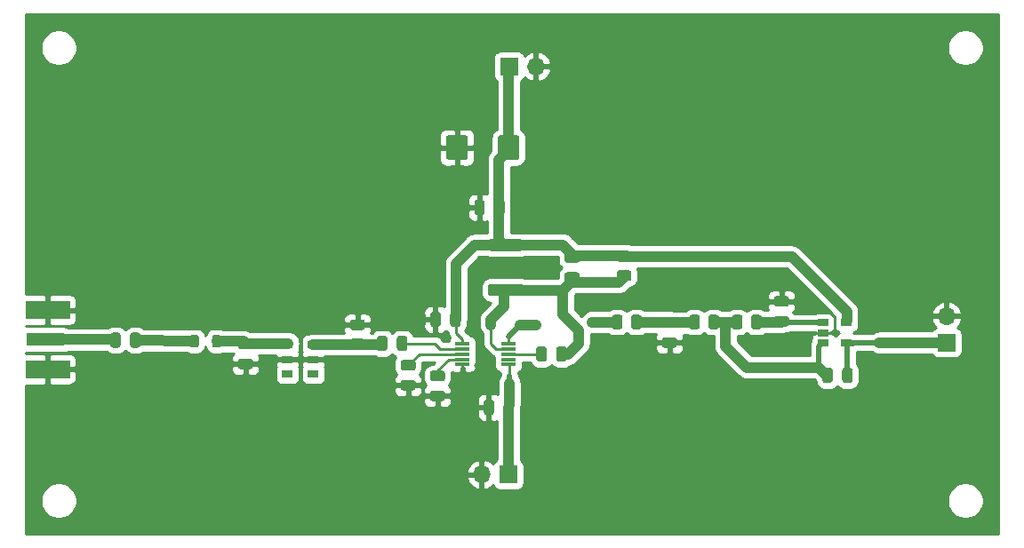
<source format=gbr>
%TF.GenerationSoftware,KiCad,Pcbnew,(5.1.9)-1*%
%TF.CreationDate,2021-03-17T18:43:56-04:00*%
%TF.ProjectId,NJR_New_Demod,4e4a525f-4e65-4775-9f44-656d6f642e6b,rev?*%
%TF.SameCoordinates,Original*%
%TF.FileFunction,Copper,L1,Top*%
%TF.FilePolarity,Positive*%
%FSLAX46Y46*%
G04 Gerber Fmt 4.6, Leading zero omitted, Abs format (unit mm)*
G04 Created by KiCad (PCBNEW (5.1.9)-1) date 2021-03-17 18:43:56*
%MOMM*%
%LPD*%
G01*
G04 APERTURE LIST*
%TA.AperFunction,SMDPad,CuDef*%
%ADD10R,1.050000X0.800000*%
%TD*%
%TA.AperFunction,SMDPad,CuDef*%
%ADD11R,4.200000X1.750000*%
%TD*%
%TA.AperFunction,SMDPad,CuDef*%
%ADD12R,3.600000X1.270000*%
%TD*%
%TA.AperFunction,ComponentPad*%
%ADD13O,1.700000X1.700000*%
%TD*%
%TA.AperFunction,ComponentPad*%
%ADD14R,1.700000X1.700000*%
%TD*%
%TA.AperFunction,SMDPad,CuDef*%
%ADD15R,1.400000X0.300000*%
%TD*%
%TA.AperFunction,SMDPad,CuDef*%
%ADD16R,1.060000X0.650000*%
%TD*%
%TA.AperFunction,ViaPad*%
%ADD17C,0.800000*%
%TD*%
%TA.AperFunction,Conductor*%
%ADD18C,0.250000*%
%TD*%
%TA.AperFunction,Conductor*%
%ADD19C,1.000000*%
%TD*%
%TA.AperFunction,Conductor*%
%ADD20C,0.500000*%
%TD*%
%TA.AperFunction,Conductor*%
%ADD21C,0.254000*%
%TD*%
%TA.AperFunction,Conductor*%
%ADD22C,0.100000*%
%TD*%
G04 APERTURE END LIST*
D10*
%TO.P,U1,6*%
%TO.N,/IF_In*%
X96625000Y-90548000D03*
%TO.P,U1,5*%
%TO.N,GND*%
X96625000Y-91948000D03*
%TO.P,U1,4*%
%TO.N,Net-(U1-Pad4)*%
X96625000Y-93348000D03*
%TO.P,U1,3*%
%TO.N,Net-(U1-Pad3)*%
X94175000Y-93348000D03*
%TO.P,U1,2*%
%TO.N,GND*%
X94175000Y-91948000D03*
%TO.P,U1,1*%
%TO.N,Net-(CMatch1-Pad1)*%
X94175000Y-90548000D03*
%TD*%
D11*
%TO.P,J1,3_1*%
%TO.N,GND*%
X71320000Y-92893400D03*
%TO.P,J1,2_1*%
X71320000Y-87243400D03*
D12*
%TO.P,J1,1*%
%TO.N,Net-(CDC1-Pad2)*%
X71120000Y-90068400D03*
%TD*%
%TO.P,CDC1,2*%
%TO.N,Net-(CDC1-Pad2)*%
%TA.AperFunction,SMDPad,CuDef*%
G36*
G01*
X78290000Y-89644200D02*
X78290000Y-90594200D01*
G75*
G02*
X78040000Y-90844200I-250000J0D01*
G01*
X77540000Y-90844200D01*
G75*
G02*
X77290000Y-90594200I0J250000D01*
G01*
X77290000Y-89644200D01*
G75*
G02*
X77540000Y-89394200I250000J0D01*
G01*
X78040000Y-89394200D01*
G75*
G02*
X78290000Y-89644200I0J-250000D01*
G01*
G37*
%TD.AperFunction*%
%TO.P,CDC1,1*%
%TO.N,Net-(CDC1-Pad1)*%
%TA.AperFunction,SMDPad,CuDef*%
G36*
G01*
X80190000Y-89644200D02*
X80190000Y-90594200D01*
G75*
G02*
X79940000Y-90844200I-250000J0D01*
G01*
X79440000Y-90844200D01*
G75*
G02*
X79190000Y-90594200I0J250000D01*
G01*
X79190000Y-89644200D01*
G75*
G02*
X79440000Y-89394200I250000J0D01*
G01*
X79940000Y-89394200D01*
G75*
G02*
X80190000Y-89644200I0J-250000D01*
G01*
G37*
%TD.AperFunction*%
%TD*%
D13*
%TO.P,J_RSSI1,2*%
%TO.N,GND*%
X112674400Y-102920800D03*
D14*
%TO.P,J_RSSI1,1*%
%TO.N,/RSSI_Out*%
X115214400Y-102920800D03*
%TD*%
D13*
%TO.P,J_Power1,2*%
%TO.N,GND*%
X117820440Y-64028320D03*
D14*
%TO.P,J_Power1,1*%
%TO.N,+5V*%
X115280440Y-64028320D03*
%TD*%
D13*
%TO.P,J_Audio1,2*%
%TO.N,GND*%
X156959300Y-87820500D03*
D14*
%TO.P,J_Audio1,1*%
%TO.N,/Audio_Out*%
X156959300Y-90360500D03*
%TD*%
D15*
%TO.P,U2,10*%
%TO.N,/AF_Out*%
X115230000Y-90440000D03*
%TO.P,U2,9*%
%TO.N,Net-(C5-Pad1)*%
X115230000Y-90940000D03*
%TO.P,U2,8*%
%TO.N,Net-(C5-Pad2)*%
X115230000Y-91440000D03*
%TO.P,U2,7*%
%TO.N,Net-(U2-Pad7)*%
X115230000Y-91940000D03*
%TO.P,U2,6*%
%TO.N,/RSSI_Out*%
X115230000Y-92440000D03*
%TO.P,U2,5*%
%TO.N,GND*%
X110830000Y-92440000D03*
%TO.P,U2,4*%
%TO.N,Net-(C3-Pad1)*%
X110830000Y-91940000D03*
%TO.P,U2,3*%
%TO.N,Net-(C2-Pad1)*%
X110830000Y-91440000D03*
%TO.P,U2,2*%
%TO.N,Net-(C1-Pad1)*%
X110830000Y-90940000D03*
%TO.P,U2,1*%
%TO.N,+5V*%
X110830000Y-90440000D03*
%TD*%
%TO.P,C1,2*%
%TO.N,/IF_In*%
%TA.AperFunction,SMDPad,CuDef*%
G36*
G01*
X103690000Y-89949000D02*
X103690000Y-90899000D01*
G75*
G02*
X103440000Y-91149000I-250000J0D01*
G01*
X102940000Y-91149000D01*
G75*
G02*
X102690000Y-90899000I0J250000D01*
G01*
X102690000Y-89949000D01*
G75*
G02*
X102940000Y-89699000I250000J0D01*
G01*
X103440000Y-89699000D01*
G75*
G02*
X103690000Y-89949000I0J-250000D01*
G01*
G37*
%TD.AperFunction*%
%TO.P,C1,1*%
%TO.N,Net-(C1-Pad1)*%
%TA.AperFunction,SMDPad,CuDef*%
G36*
G01*
X105590000Y-89949000D02*
X105590000Y-90899000D01*
G75*
G02*
X105340000Y-91149000I-250000J0D01*
G01*
X104840000Y-91149000D01*
G75*
G02*
X104590000Y-90899000I0J250000D01*
G01*
X104590000Y-89949000D01*
G75*
G02*
X104840000Y-89699000I250000J0D01*
G01*
X105340000Y-89699000D01*
G75*
G02*
X105590000Y-89949000I0J-250000D01*
G01*
G37*
%TD.AperFunction*%
%TD*%
D16*
%TO.P,U3,5*%
%TO.N,+5V*%
X147404000Y-88458000D03*
%TO.P,U3,4*%
%TO.N,/Audio_Out*%
X147404000Y-90358000D03*
%TO.P,U3,3*%
%TO.N,Net-(Ca1-Pad1)*%
X145204000Y-90358000D03*
%TO.P,U3,2*%
%TO.N,GND*%
X145204000Y-89408000D03*
%TO.P,U3,1*%
%TO.N,Net-(Cb1-Pad1)*%
X145204000Y-88458000D03*
%TD*%
%TO.P,Rc1,2*%
%TO.N,/AF_Out*%
%TA.AperFunction,SMDPad,CuDef*%
G36*
G01*
X126092000Y-87941998D02*
X126092000Y-88842002D01*
G75*
G02*
X125842002Y-89092000I-249998J0D01*
G01*
X125316998Y-89092000D01*
G75*
G02*
X125067000Y-88842002I0J249998D01*
G01*
X125067000Y-87941998D01*
G75*
G02*
X125316998Y-87692000I249998J0D01*
G01*
X125842002Y-87692000D01*
G75*
G02*
X126092000Y-87941998I0J-249998D01*
G01*
G37*
%TD.AperFunction*%
%TO.P,Rc1,1*%
%TO.N,Net-(Cc1-Pad1)*%
%TA.AperFunction,SMDPad,CuDef*%
G36*
G01*
X127917000Y-87941998D02*
X127917000Y-88842002D01*
G75*
G02*
X127667002Y-89092000I-249998J0D01*
G01*
X127141998Y-89092000D01*
G75*
G02*
X126892000Y-88842002I0J249998D01*
G01*
X126892000Y-87941998D01*
G75*
G02*
X127141998Y-87692000I249998J0D01*
G01*
X127667002Y-87692000D01*
G75*
G02*
X127917000Y-87941998I0J-249998D01*
G01*
G37*
%TD.AperFunction*%
%TD*%
%TO.P,Rb1,2*%
%TO.N,Net-(Cc1-Pad1)*%
%TA.AperFunction,SMDPad,CuDef*%
G36*
G01*
X133458000Y-87941998D02*
X133458000Y-88842002D01*
G75*
G02*
X133208002Y-89092000I-249998J0D01*
G01*
X132682998Y-89092000D01*
G75*
G02*
X132433000Y-88842002I0J249998D01*
G01*
X132433000Y-87941998D01*
G75*
G02*
X132682998Y-87692000I249998J0D01*
G01*
X133208002Y-87692000D01*
G75*
G02*
X133458000Y-87941998I0J-249998D01*
G01*
G37*
%TD.AperFunction*%
%TO.P,Rb1,1*%
%TO.N,Net-(Ca1-Pad1)*%
%TA.AperFunction,SMDPad,CuDef*%
G36*
G01*
X135283000Y-87941998D02*
X135283000Y-88842002D01*
G75*
G02*
X135033002Y-89092000I-249998J0D01*
G01*
X134507998Y-89092000D01*
G75*
G02*
X134258000Y-88842002I0J249998D01*
G01*
X134258000Y-87941998D01*
G75*
G02*
X134507998Y-87692000I249998J0D01*
G01*
X135033002Y-87692000D01*
G75*
G02*
X135283000Y-87941998I0J-249998D01*
G01*
G37*
%TD.AperFunction*%
%TD*%
%TO.P,Ra1,2*%
%TO.N,Net-(Ca1-Pad1)*%
%TA.AperFunction,SMDPad,CuDef*%
G36*
G01*
X137522000Y-87941998D02*
X137522000Y-88842002D01*
G75*
G02*
X137272002Y-89092000I-249998J0D01*
G01*
X136746998Y-89092000D01*
G75*
G02*
X136497000Y-88842002I0J249998D01*
G01*
X136497000Y-87941998D01*
G75*
G02*
X136746998Y-87692000I249998J0D01*
G01*
X137272002Y-87692000D01*
G75*
G02*
X137522000Y-87941998I0J-249998D01*
G01*
G37*
%TD.AperFunction*%
%TO.P,Ra1,1*%
%TO.N,Net-(Cb1-Pad1)*%
%TA.AperFunction,SMDPad,CuDef*%
G36*
G01*
X139347000Y-87941998D02*
X139347000Y-88842002D01*
G75*
G02*
X139097002Y-89092000I-249998J0D01*
G01*
X138571998Y-89092000D01*
G75*
G02*
X138322000Y-88842002I0J249998D01*
G01*
X138322000Y-87941998D01*
G75*
G02*
X138571998Y-87692000I249998J0D01*
G01*
X139097002Y-87692000D01*
G75*
G02*
X139347000Y-87941998I0J-249998D01*
G01*
G37*
%TD.AperFunction*%
%TD*%
%TO.P,R2,2*%
%TO.N,Net-(C5-Pad1)*%
%TA.AperFunction,SMDPad,CuDef*%
G36*
G01*
X125787998Y-83458000D02*
X126688002Y-83458000D01*
G75*
G02*
X126938000Y-83707998I0J-249998D01*
G01*
X126938000Y-84233002D01*
G75*
G02*
X126688002Y-84483000I-249998J0D01*
G01*
X125787998Y-84483000D01*
G75*
G02*
X125538000Y-84233002I0J249998D01*
G01*
X125538000Y-83707998D01*
G75*
G02*
X125787998Y-83458000I249998J0D01*
G01*
G37*
%TD.AperFunction*%
%TO.P,R2,1*%
%TO.N,+5V*%
%TA.AperFunction,SMDPad,CuDef*%
G36*
G01*
X125787998Y-81633000D02*
X126688002Y-81633000D01*
G75*
G02*
X126938000Y-81882998I0J-249998D01*
G01*
X126938000Y-82408002D01*
G75*
G02*
X126688002Y-82658000I-249998J0D01*
G01*
X125787998Y-82658000D01*
G75*
G02*
X125538000Y-82408002I0J249998D01*
G01*
X125538000Y-81882998D01*
G75*
G02*
X125787998Y-81633000I249998J0D01*
G01*
G37*
%TD.AperFunction*%
%TD*%
%TO.P,R1,2*%
%TO.N,GND*%
%TA.AperFunction,SMDPad,CuDef*%
G36*
G01*
X101288002Y-89158500D02*
X100387998Y-89158500D01*
G75*
G02*
X100138000Y-88908502I0J249998D01*
G01*
X100138000Y-88383498D01*
G75*
G02*
X100387998Y-88133500I249998J0D01*
G01*
X101288002Y-88133500D01*
G75*
G02*
X101538000Y-88383498I0J-249998D01*
G01*
X101538000Y-88908502D01*
G75*
G02*
X101288002Y-89158500I-249998J0D01*
G01*
G37*
%TD.AperFunction*%
%TO.P,R1,1*%
%TO.N,/IF_In*%
%TA.AperFunction,SMDPad,CuDef*%
G36*
G01*
X101288002Y-90983500D02*
X100387998Y-90983500D01*
G75*
G02*
X100138000Y-90733502I0J249998D01*
G01*
X100138000Y-90208498D01*
G75*
G02*
X100387998Y-89958500I249998J0D01*
G01*
X101288002Y-89958500D01*
G75*
G02*
X101538000Y-90208498I0J-249998D01*
G01*
X101538000Y-90733502D01*
G75*
G02*
X101288002Y-90983500I-249998J0D01*
G01*
G37*
%TD.AperFunction*%
%TD*%
%TO.P,LQ1_T1,2*%
%TO.N,Net-(C5-Pad1)*%
%TA.AperFunction,SMDPad,CuDef*%
G36*
G01*
X113484997Y-84760000D02*
X116385003Y-84760000D01*
G75*
G02*
X116635000Y-85009997I0J-249997D01*
G01*
X116635000Y-85635003D01*
G75*
G02*
X116385003Y-85885000I-249997J0D01*
G01*
X113484997Y-85885000D01*
G75*
G02*
X113235000Y-85635003I0J249997D01*
G01*
X113235000Y-85009997D01*
G75*
G02*
X113484997Y-84760000I249997J0D01*
G01*
G37*
%TD.AperFunction*%
%TO.P,LQ1_T1,1*%
%TO.N,+5V*%
%TA.AperFunction,SMDPad,CuDef*%
G36*
G01*
X113484997Y-80485000D02*
X116385003Y-80485000D01*
G75*
G02*
X116635000Y-80734997I0J-249997D01*
G01*
X116635000Y-81360003D01*
G75*
G02*
X116385003Y-81610000I-249997J0D01*
G01*
X113484997Y-81610000D01*
G75*
G02*
X113235000Y-81360003I0J249997D01*
G01*
X113235000Y-80734997D01*
G75*
G02*
X113484997Y-80485000I249997J0D01*
G01*
G37*
%TD.AperFunction*%
%TD*%
%TO.P,LMatch1,2*%
%TO.N,Net-(CMatch1-Pad1)*%
%TA.AperFunction,SMDPad,CuDef*%
G36*
G01*
X86985000Y-90602050D02*
X86985000Y-89839550D01*
G75*
G02*
X87203750Y-89620800I218750J0D01*
G01*
X87641250Y-89620800D01*
G75*
G02*
X87860000Y-89839550I0J-218750D01*
G01*
X87860000Y-90602050D01*
G75*
G02*
X87641250Y-90820800I-218750J0D01*
G01*
X87203750Y-90820800D01*
G75*
G02*
X86985000Y-90602050I0J218750D01*
G01*
G37*
%TD.AperFunction*%
%TO.P,LMatch1,1*%
%TO.N,Net-(CDC1-Pad1)*%
%TA.AperFunction,SMDPad,CuDef*%
G36*
G01*
X84860000Y-90602050D02*
X84860000Y-89839550D01*
G75*
G02*
X85078750Y-89620800I218750J0D01*
G01*
X85516250Y-89620800D01*
G75*
G02*
X85735000Y-89839550I0J-218750D01*
G01*
X85735000Y-90602050D01*
G75*
G02*
X85516250Y-90820800I-218750J0D01*
G01*
X85078750Y-90820800D01*
G75*
G02*
X84860000Y-90602050I0J218750D01*
G01*
G37*
%TD.AperFunction*%
%TD*%
%TO.P,CQ1,2*%
%TO.N,Net-(C5-Pad1)*%
%TA.AperFunction,SMDPad,CuDef*%
G36*
G01*
X120810000Y-83635000D02*
X121760000Y-83635000D01*
G75*
G02*
X122010000Y-83885000I0J-250000D01*
G01*
X122010000Y-84385000D01*
G75*
G02*
X121760000Y-84635000I-250000J0D01*
G01*
X120810000Y-84635000D01*
G75*
G02*
X120560000Y-84385000I0J250000D01*
G01*
X120560000Y-83885000D01*
G75*
G02*
X120810000Y-83635000I250000J0D01*
G01*
G37*
%TD.AperFunction*%
%TO.P,CQ1,1*%
%TO.N,+5V*%
%TA.AperFunction,SMDPad,CuDef*%
G36*
G01*
X120810000Y-81735000D02*
X121760000Y-81735000D01*
G75*
G02*
X122010000Y-81985000I0J-250000D01*
G01*
X122010000Y-82485000D01*
G75*
G02*
X121760000Y-82735000I-250000J0D01*
G01*
X120810000Y-82735000D01*
G75*
G02*
X120560000Y-82485000I0J250000D01*
G01*
X120560000Y-81985000D01*
G75*
G02*
X120810000Y-81735000I250000J0D01*
G01*
G37*
%TD.AperFunction*%
%TD*%
%TO.P,CMatch1,2*%
%TO.N,GND*%
%TA.AperFunction,SMDPad,CuDef*%
G36*
G01*
X89695000Y-91890000D02*
X90645000Y-91890000D01*
G75*
G02*
X90895000Y-92140000I0J-250000D01*
G01*
X90895000Y-92640000D01*
G75*
G02*
X90645000Y-92890000I-250000J0D01*
G01*
X89695000Y-92890000D01*
G75*
G02*
X89445000Y-92640000I0J250000D01*
G01*
X89445000Y-92140000D01*
G75*
G02*
X89695000Y-91890000I250000J0D01*
G01*
G37*
%TD.AperFunction*%
%TO.P,CMatch1,1*%
%TO.N,Net-(CMatch1-Pad1)*%
%TA.AperFunction,SMDPad,CuDef*%
G36*
G01*
X89695000Y-89990000D02*
X90645000Y-89990000D01*
G75*
G02*
X90895000Y-90240000I0J-250000D01*
G01*
X90895000Y-90740000D01*
G75*
G02*
X90645000Y-90990000I-250000J0D01*
G01*
X89695000Y-90990000D01*
G75*
G02*
X89445000Y-90740000I0J250000D01*
G01*
X89445000Y-90240000D01*
G75*
G02*
X89695000Y-89990000I250000J0D01*
G01*
G37*
%TD.AperFunction*%
%TD*%
%TO.P,Cc1,2*%
%TO.N,GND*%
%TA.AperFunction,SMDPad,CuDef*%
G36*
G01*
X130081000Y-89858000D02*
X131031000Y-89858000D01*
G75*
G02*
X131281000Y-90108000I0J-250000D01*
G01*
X131281000Y-90608000D01*
G75*
G02*
X131031000Y-90858000I-250000J0D01*
G01*
X130081000Y-90858000D01*
G75*
G02*
X129831000Y-90608000I0J250000D01*
G01*
X129831000Y-90108000D01*
G75*
G02*
X130081000Y-89858000I250000J0D01*
G01*
G37*
%TD.AperFunction*%
%TO.P,Cc1,1*%
%TO.N,Net-(Cc1-Pad1)*%
%TA.AperFunction,SMDPad,CuDef*%
G36*
G01*
X130081000Y-87958000D02*
X131031000Y-87958000D01*
G75*
G02*
X131281000Y-88208000I0J-250000D01*
G01*
X131281000Y-88708000D01*
G75*
G02*
X131031000Y-88958000I-250000J0D01*
G01*
X130081000Y-88958000D01*
G75*
G02*
X129831000Y-88708000I0J250000D01*
G01*
X129831000Y-88208000D01*
G75*
G02*
X130081000Y-87958000I250000J0D01*
G01*
G37*
%TD.AperFunction*%
%TD*%
%TO.P,Cb1,2*%
%TO.N,GND*%
%TA.AperFunction,SMDPad,CuDef*%
G36*
G01*
X141699000Y-86926000D02*
X140749000Y-86926000D01*
G75*
G02*
X140499000Y-86676000I0J250000D01*
G01*
X140499000Y-86176000D01*
G75*
G02*
X140749000Y-85926000I250000J0D01*
G01*
X141699000Y-85926000D01*
G75*
G02*
X141949000Y-86176000I0J-250000D01*
G01*
X141949000Y-86676000D01*
G75*
G02*
X141699000Y-86926000I-250000J0D01*
G01*
G37*
%TD.AperFunction*%
%TO.P,Cb1,1*%
%TO.N,Net-(Cb1-Pad1)*%
%TA.AperFunction,SMDPad,CuDef*%
G36*
G01*
X141699000Y-88826000D02*
X140749000Y-88826000D01*
G75*
G02*
X140499000Y-88576000I0J250000D01*
G01*
X140499000Y-88076000D01*
G75*
G02*
X140749000Y-87826000I250000J0D01*
G01*
X141699000Y-87826000D01*
G75*
G02*
X141949000Y-88076000I0J-250000D01*
G01*
X141949000Y-88576000D01*
G75*
G02*
X141699000Y-88826000I-250000J0D01*
G01*
G37*
%TD.AperFunction*%
%TD*%
%TO.P,Ca1,2*%
%TO.N,/Audio_Out*%
%TA.AperFunction,SMDPad,CuDef*%
G36*
G01*
X147008000Y-93947000D02*
X147008000Y-92997000D01*
G75*
G02*
X147258000Y-92747000I250000J0D01*
G01*
X147758000Y-92747000D01*
G75*
G02*
X148008000Y-92997000I0J-250000D01*
G01*
X148008000Y-93947000D01*
G75*
G02*
X147758000Y-94197000I-250000J0D01*
G01*
X147258000Y-94197000D01*
G75*
G02*
X147008000Y-93947000I0J250000D01*
G01*
G37*
%TD.AperFunction*%
%TO.P,Ca1,1*%
%TO.N,Net-(Ca1-Pad1)*%
%TA.AperFunction,SMDPad,CuDef*%
G36*
G01*
X145108000Y-93947000D02*
X145108000Y-92997000D01*
G75*
G02*
X145358000Y-92747000I250000J0D01*
G01*
X145858000Y-92747000D01*
G75*
G02*
X146108000Y-92997000I0J-250000D01*
G01*
X146108000Y-93947000D01*
G75*
G02*
X145858000Y-94197000I-250000J0D01*
G01*
X145358000Y-94197000D01*
G75*
G02*
X145108000Y-93947000I0J250000D01*
G01*
G37*
%TD.AperFunction*%
%TD*%
%TO.P,C9,2*%
%TO.N,GND*%
%TA.AperFunction,SMDPad,CuDef*%
G36*
G01*
X111351000Y-70830000D02*
X111351000Y-72680000D01*
G75*
G02*
X111101000Y-72930000I-250000J0D01*
G01*
X109526000Y-72930000D01*
G75*
G02*
X109276000Y-72680000I0J250000D01*
G01*
X109276000Y-70830000D01*
G75*
G02*
X109526000Y-70580000I250000J0D01*
G01*
X111101000Y-70580000D01*
G75*
G02*
X111351000Y-70830000I0J-250000D01*
G01*
G37*
%TD.AperFunction*%
%TO.P,C9,1*%
%TO.N,+5V*%
%TA.AperFunction,SMDPad,CuDef*%
G36*
G01*
X116276000Y-70830000D02*
X116276000Y-72680000D01*
G75*
G02*
X116026000Y-72930000I-250000J0D01*
G01*
X114451000Y-72930000D01*
G75*
G02*
X114201000Y-72680000I0J250000D01*
G01*
X114201000Y-70830000D01*
G75*
G02*
X114451000Y-70580000I250000J0D01*
G01*
X116026000Y-70580000D01*
G75*
G02*
X116276000Y-70830000I0J-250000D01*
G01*
G37*
%TD.AperFunction*%
%TD*%
%TO.P,C8,2*%
%TO.N,GND*%
%TA.AperFunction,SMDPad,CuDef*%
G36*
G01*
X112961000Y-76995000D02*
X112961000Y-77945000D01*
G75*
G02*
X112711000Y-78195000I-250000J0D01*
G01*
X112211000Y-78195000D01*
G75*
G02*
X111961000Y-77945000I0J250000D01*
G01*
X111961000Y-76995000D01*
G75*
G02*
X112211000Y-76745000I250000J0D01*
G01*
X112711000Y-76745000D01*
G75*
G02*
X112961000Y-76995000I0J-250000D01*
G01*
G37*
%TD.AperFunction*%
%TO.P,C8,1*%
%TO.N,+5V*%
%TA.AperFunction,SMDPad,CuDef*%
G36*
G01*
X114861000Y-76995000D02*
X114861000Y-77945000D01*
G75*
G02*
X114611000Y-78195000I-250000J0D01*
G01*
X114111000Y-78195000D01*
G75*
G02*
X113861000Y-77945000I0J250000D01*
G01*
X113861000Y-76995000D01*
G75*
G02*
X114111000Y-76745000I250000J0D01*
G01*
X114611000Y-76745000D01*
G75*
G02*
X114861000Y-76995000I0J-250000D01*
G01*
G37*
%TD.AperFunction*%
%TD*%
%TO.P,C7,2*%
%TO.N,GND*%
%TA.AperFunction,SMDPad,CuDef*%
G36*
G01*
X108770000Y-87663000D02*
X108770000Y-88613000D01*
G75*
G02*
X108520000Y-88863000I-250000J0D01*
G01*
X108020000Y-88863000D01*
G75*
G02*
X107770000Y-88613000I0J250000D01*
G01*
X107770000Y-87663000D01*
G75*
G02*
X108020000Y-87413000I250000J0D01*
G01*
X108520000Y-87413000D01*
G75*
G02*
X108770000Y-87663000I0J-250000D01*
G01*
G37*
%TD.AperFunction*%
%TO.P,C7,1*%
%TO.N,+5V*%
%TA.AperFunction,SMDPad,CuDef*%
G36*
G01*
X110670000Y-87663000D02*
X110670000Y-88613000D01*
G75*
G02*
X110420000Y-88863000I-250000J0D01*
G01*
X109920000Y-88863000D01*
G75*
G02*
X109670000Y-88613000I0J250000D01*
G01*
X109670000Y-87663000D01*
G75*
G02*
X109920000Y-87413000I250000J0D01*
G01*
X110420000Y-87413000D01*
G75*
G02*
X110670000Y-87663000I0J-250000D01*
G01*
G37*
%TD.AperFunction*%
%TD*%
%TO.P,C5,2*%
%TO.N,Net-(C5-Pad2)*%
%TA.AperFunction,SMDPad,CuDef*%
G36*
G01*
X118864000Y-90965000D02*
X118864000Y-91915000D01*
G75*
G02*
X118614000Y-92165000I-250000J0D01*
G01*
X118114000Y-92165000D01*
G75*
G02*
X117864000Y-91915000I0J250000D01*
G01*
X117864000Y-90965000D01*
G75*
G02*
X118114000Y-90715000I250000J0D01*
G01*
X118614000Y-90715000D01*
G75*
G02*
X118864000Y-90965000I0J-250000D01*
G01*
G37*
%TD.AperFunction*%
%TO.P,C5,1*%
%TO.N,Net-(C5-Pad1)*%
%TA.AperFunction,SMDPad,CuDef*%
G36*
G01*
X120764000Y-90965000D02*
X120764000Y-91915000D01*
G75*
G02*
X120514000Y-92165000I-250000J0D01*
G01*
X120014000Y-92165000D01*
G75*
G02*
X119764000Y-91915000I0J250000D01*
G01*
X119764000Y-90965000D01*
G75*
G02*
X120014000Y-90715000I250000J0D01*
G01*
X120514000Y-90715000D01*
G75*
G02*
X120764000Y-90965000I0J-250000D01*
G01*
G37*
%TD.AperFunction*%
%TD*%
%TO.P,C4,2*%
%TO.N,/RSSI_Out*%
%TA.AperFunction,SMDPad,CuDef*%
G36*
G01*
X114755000Y-96995000D02*
X114755000Y-96045000D01*
G75*
G02*
X115005000Y-95795000I250000J0D01*
G01*
X115505000Y-95795000D01*
G75*
G02*
X115755000Y-96045000I0J-250000D01*
G01*
X115755000Y-96995000D01*
G75*
G02*
X115505000Y-97245000I-250000J0D01*
G01*
X115005000Y-97245000D01*
G75*
G02*
X114755000Y-96995000I0J250000D01*
G01*
G37*
%TD.AperFunction*%
%TO.P,C4,1*%
%TO.N,GND*%
%TA.AperFunction,SMDPad,CuDef*%
G36*
G01*
X112855000Y-96995000D02*
X112855000Y-96045000D01*
G75*
G02*
X113105000Y-95795000I250000J0D01*
G01*
X113605000Y-95795000D01*
G75*
G02*
X113855000Y-96045000I0J-250000D01*
G01*
X113855000Y-96995000D01*
G75*
G02*
X113605000Y-97245000I-250000J0D01*
G01*
X113105000Y-97245000D01*
G75*
G02*
X112855000Y-96995000I0J250000D01*
G01*
G37*
%TD.AperFunction*%
%TD*%
%TO.P,C3,2*%
%TO.N,GND*%
%TA.AperFunction,SMDPad,CuDef*%
G36*
G01*
X107983000Y-94938000D02*
X108933000Y-94938000D01*
G75*
G02*
X109183000Y-95188000I0J-250000D01*
G01*
X109183000Y-95688000D01*
G75*
G02*
X108933000Y-95938000I-250000J0D01*
G01*
X107983000Y-95938000D01*
G75*
G02*
X107733000Y-95688000I0J250000D01*
G01*
X107733000Y-95188000D01*
G75*
G02*
X107983000Y-94938000I250000J0D01*
G01*
G37*
%TD.AperFunction*%
%TO.P,C3,1*%
%TO.N,Net-(C3-Pad1)*%
%TA.AperFunction,SMDPad,CuDef*%
G36*
G01*
X107983000Y-93038000D02*
X108933000Y-93038000D01*
G75*
G02*
X109183000Y-93288000I0J-250000D01*
G01*
X109183000Y-93788000D01*
G75*
G02*
X108933000Y-94038000I-250000J0D01*
G01*
X107983000Y-94038000D01*
G75*
G02*
X107733000Y-93788000I0J250000D01*
G01*
X107733000Y-93288000D01*
G75*
G02*
X107983000Y-93038000I250000J0D01*
G01*
G37*
%TD.AperFunction*%
%TD*%
%TO.P,C2,2*%
%TO.N,GND*%
%TA.AperFunction,SMDPad,CuDef*%
G36*
G01*
X105189000Y-93922000D02*
X106139000Y-93922000D01*
G75*
G02*
X106389000Y-94172000I0J-250000D01*
G01*
X106389000Y-94672000D01*
G75*
G02*
X106139000Y-94922000I-250000J0D01*
G01*
X105189000Y-94922000D01*
G75*
G02*
X104939000Y-94672000I0J250000D01*
G01*
X104939000Y-94172000D01*
G75*
G02*
X105189000Y-93922000I250000J0D01*
G01*
G37*
%TD.AperFunction*%
%TO.P,C2,1*%
%TO.N,Net-(C2-Pad1)*%
%TA.AperFunction,SMDPad,CuDef*%
G36*
G01*
X105189000Y-92022000D02*
X106139000Y-92022000D01*
G75*
G02*
X106389000Y-92272000I0J-250000D01*
G01*
X106389000Y-92772000D01*
G75*
G02*
X106139000Y-93022000I-250000J0D01*
G01*
X105189000Y-93022000D01*
G75*
G02*
X104939000Y-92772000I0J250000D01*
G01*
X104939000Y-92272000D01*
G75*
G02*
X105189000Y-92022000I250000J0D01*
G01*
G37*
%TD.AperFunction*%
%TD*%
D17*
%TO.N,GND*%
X141732000Y-90424000D03*
X71028550Y-67394999D03*
X71028550Y-74394999D03*
X71028550Y-81394999D03*
X75028550Y-70394999D03*
X75028550Y-77394999D03*
X75028550Y-84394999D03*
X75028550Y-99394999D03*
X77028550Y-104394999D03*
X79028550Y-60394999D03*
X79028550Y-67394999D03*
X79028550Y-74394999D03*
X79028550Y-81394999D03*
X79028550Y-95394999D03*
X81028550Y-100394999D03*
X81028550Y-107394999D03*
X82028550Y-85394999D03*
X83028550Y-63394999D03*
X83028550Y-70394999D03*
X83028550Y-77394999D03*
X83028550Y-92394999D03*
X85028550Y-97394999D03*
X85028550Y-104394999D03*
X86028550Y-81394999D03*
X86028550Y-88394999D03*
X87028550Y-60394999D03*
X87028550Y-67394999D03*
X87028550Y-74394999D03*
X89028550Y-94394999D03*
X89028550Y-101394999D03*
X90028550Y-78394999D03*
X90028550Y-85394999D03*
X90028550Y-107394999D03*
X91028550Y-63394999D03*
X91028550Y-70394999D03*
X93028550Y-97394999D03*
X94028550Y-74394999D03*
X94028550Y-81394999D03*
X94028550Y-88394999D03*
X94028550Y-103394999D03*
X95028550Y-60394999D03*
X95028550Y-67394999D03*
X97028550Y-107394999D03*
X98028550Y-71394999D03*
X98028550Y-78394999D03*
X98028550Y-85394999D03*
X98028550Y-95394999D03*
X99028550Y-63394999D03*
X99028550Y-101394999D03*
X102028550Y-67394999D03*
X102028550Y-74394999D03*
X102028550Y-81394999D03*
X102028550Y-92394999D03*
X102028550Y-105394999D03*
X103028550Y-60394999D03*
X103028550Y-98394999D03*
X104028550Y-86394999D03*
X106028550Y-64394999D03*
X106028550Y-71394999D03*
X106028550Y-78394999D03*
X106028550Y-102394999D03*
X108028550Y-83394999D03*
X108028550Y-107394999D03*
X109028550Y-97394999D03*
X110028550Y-60394999D03*
X110028550Y-67394999D03*
X110028550Y-74394999D03*
X112028550Y-79394999D03*
X112028550Y-86394999D03*
X113028550Y-92394999D03*
X113028550Y-100394999D03*
X114028550Y-106394999D03*
X116028550Y-61394999D03*
X116028550Y-75394999D03*
X116028550Y-83394999D03*
X117028550Y-67394999D03*
X117028550Y-95394999D03*
X118028550Y-102394999D03*
X119028550Y-79394999D03*
X120028550Y-71394999D03*
X120028550Y-107394999D03*
X121028550Y-63394999D03*
X121028550Y-98394999D03*
X123028550Y-75394999D03*
X123028550Y-86394999D03*
X123028550Y-93394999D03*
X124028550Y-67394999D03*
X124028550Y-103394999D03*
X125028550Y-60394999D03*
X125028550Y-80394999D03*
X127028550Y-71394999D03*
X127028550Y-90394999D03*
X127028550Y-97394999D03*
X127028550Y-107394999D03*
X128028550Y-64394999D03*
X128028550Y-84394999D03*
X129028550Y-76394999D03*
X130028550Y-101394999D03*
X131028550Y-68394999D03*
X131028550Y-93394999D03*
X132028550Y-60394999D03*
X132028550Y-80394999D03*
X133028550Y-73394999D03*
X133028550Y-86394999D03*
X133028550Y-105394999D03*
X134028550Y-97394999D03*
X135028550Y-64394999D03*
X136028550Y-77394999D03*
X137028550Y-69394999D03*
X137028550Y-101394999D03*
X138028550Y-84394999D03*
X138028550Y-94394999D03*
X138028550Y-107394999D03*
X139028550Y-60394999D03*
X140028550Y-73394999D03*
X141028550Y-65394999D03*
X141028550Y-79394999D03*
X141028550Y-98394999D03*
X142028550Y-104394999D03*
X143028550Y-86394999D03*
X144028550Y-69394999D03*
X145028550Y-61394999D03*
X145028550Y-75394999D03*
X145028550Y-95394999D03*
X146028550Y-81394999D03*
X146028550Y-101394999D03*
X147028550Y-107394999D03*
X148028550Y-65394999D03*
X149028550Y-71394999D03*
X149028550Y-85394999D03*
X149028550Y-92394999D03*
X150028550Y-77394999D03*
X150028550Y-98394999D03*
X151028550Y-60394999D03*
X151028550Y-104394999D03*
X153028550Y-67394999D03*
X153028550Y-81394999D03*
X153028550Y-88394999D03*
X154028550Y-73394999D03*
X154028550Y-94394999D03*
X155028550Y-100394999D03*
X157028550Y-77394999D03*
X157028550Y-84394999D03*
X158028550Y-69394999D03*
X159028550Y-96394999D03*
X160028550Y-88394999D03*
%TO.N,/AF_Out*%
X123190000Y-88392000D03*
X117856000Y-88646000D03*
%TD*%
D18*
%TO.N,GND*%
X110830000Y-92440000D02*
X110830000Y-92796000D01*
X145204000Y-89408000D02*
X143637000Y-89408000D01*
X145984000Y-89408000D02*
X146304000Y-89088000D01*
X145204000Y-89408000D02*
X145984000Y-89408000D01*
X146304000Y-89088000D02*
X146304000Y-87884000D01*
X146304000Y-87884000D02*
X145796000Y-87376000D01*
X145796000Y-87376000D02*
X145542000Y-87376000D01*
%TO.N,Net-(C2-Pad1)*%
X105664000Y-92522000D02*
X106746000Y-91440000D01*
X106746000Y-91440000D02*
X111252000Y-91440000D01*
%TO.N,Net-(C3-Pad1)*%
X108458000Y-93038000D02*
X109548000Y-91948000D01*
X108458000Y-93538000D02*
X108458000Y-93038000D01*
X109548000Y-91948000D02*
X110998000Y-91948000D01*
D19*
%TO.N,/RSSI_Out*%
X115316000Y-96266000D02*
X115316000Y-94234000D01*
D20*
X115316000Y-94234000D02*
X115316000Y-93472000D01*
D18*
X115316000Y-93472000D02*
X115316000Y-92456000D01*
D19*
X115255000Y-96520000D02*
X115255000Y-102550000D01*
X115255000Y-102550000D02*
X114935000Y-102870000D01*
D18*
%TO.N,Net-(C5-Pad2)*%
X115230000Y-91440000D02*
X118364000Y-91440000D01*
D19*
%TO.N,Net-(C5-Pad1)*%
X120264000Y-91440000D02*
X120904000Y-91440000D01*
X120904000Y-91440000D02*
X121920000Y-90424000D01*
X121920000Y-90424000D02*
X121920000Y-89154000D01*
D18*
X115230000Y-90940000D02*
X114054000Y-90940000D01*
X114054000Y-90940000D02*
X113538000Y-90424000D01*
X113538000Y-90424000D02*
X113538000Y-88646000D01*
D19*
X113538000Y-88646000D02*
X113538000Y-88138000D01*
X113538000Y-88138000D02*
X114808000Y-86868000D01*
X114808000Y-86868000D02*
X114808000Y-85598000D01*
X114808000Y-85598000D02*
X115062000Y-85344000D01*
X115062000Y-85344000D02*
X120396000Y-85344000D01*
X120396000Y-85344000D02*
X121158000Y-84582000D01*
X121158000Y-84582000D02*
X125730000Y-84582000D01*
X125730000Y-84582000D02*
X126238000Y-84074000D01*
X120396000Y-87630000D02*
X121920000Y-89154000D01*
X120396000Y-85344000D02*
X120396000Y-87630000D01*
D18*
%TO.N,+5V*%
X110830000Y-90440000D02*
X110830000Y-90002000D01*
X110830000Y-90002000D02*
X110236000Y-89408000D01*
X110236000Y-89408000D02*
X110236000Y-88138000D01*
D19*
X115316000Y-71882000D02*
X114300000Y-72898000D01*
X114300000Y-72898000D02*
X114300000Y-80518000D01*
X114300000Y-80518000D02*
X114808000Y-81026000D01*
X114808000Y-81026000D02*
X120396000Y-81026000D01*
X120396000Y-81026000D02*
X121412000Y-82042000D01*
X121412000Y-82042000D02*
X126492000Y-82042000D01*
X114935000Y-81047500D02*
X111992500Y-81047500D01*
X111992500Y-81047500D02*
X110236000Y-82804000D01*
X110236000Y-82804000D02*
X110236000Y-88138000D01*
X126388500Y-82145500D02*
X126492000Y-82042000D01*
X126238000Y-82145500D02*
X126388500Y-82145500D01*
X115238500Y-71755000D02*
X115238500Y-64085500D01*
X115238500Y-64085500D02*
X115316000Y-64163000D01*
X126238000Y-82145500D02*
X142216500Y-82145500D01*
X142216500Y-82145500D02*
X147447000Y-87376000D01*
X147447000Y-87376000D02*
X147447000Y-88265000D01*
D20*
%TO.N,/Audio_Out*%
X148082000Y-90424000D02*
X147320000Y-90424000D01*
X147404000Y-90358000D02*
X150556000Y-90358000D01*
D19*
X150556000Y-90358000D02*
X157160000Y-90358000D01*
D20*
X147508000Y-93472000D02*
X147508000Y-90612000D01*
X147508000Y-90612000D02*
X147320000Y-90424000D01*
D19*
%TO.N,Net-(Ca1-Pad1)*%
X144272000Y-92710000D02*
X137922000Y-92710000D01*
X137922000Y-92710000D02*
X135890000Y-90678000D01*
X135890000Y-90678000D02*
X135890000Y-88392000D01*
X135890000Y-88392000D02*
X136906000Y-88392000D01*
X136906000Y-88392000D02*
X134747000Y-88392000D01*
X144272000Y-92710000D02*
X144780000Y-92710000D01*
X144780000Y-92710000D02*
X145542000Y-93472000D01*
D20*
X144780000Y-92710000D02*
X144780000Y-90678000D01*
X144780000Y-90678000D02*
X145034000Y-90424000D01*
%TO.N,Net-(Cb1-Pad1)*%
X141224000Y-88458000D02*
X145113001Y-88458000D01*
D19*
X138834500Y-88392000D02*
X141224000Y-88392000D01*
%TO.N,Net-(Cc1-Pad1)*%
X127404500Y-88392000D02*
X130556000Y-88392000D01*
X130556000Y-88458000D02*
X132776000Y-88458000D01*
%TO.N,Net-(CMatch1-Pad1)*%
X87422500Y-90220800D02*
X89966800Y-90220800D01*
X89966800Y-90220800D02*
X90170000Y-90424000D01*
X90170000Y-90424000D02*
X94234000Y-90424000D01*
%TO.N,/IF_In*%
X96625000Y-90548000D02*
X103000000Y-90548000D01*
X103000000Y-90548000D02*
X103124000Y-90424000D01*
D18*
%TO.N,/AF_Out*%
X115230000Y-90440000D02*
X115230000Y-89748000D01*
D19*
X116332000Y-88646000D02*
X117856000Y-88646000D01*
D20*
X115230000Y-89748000D02*
X116332000Y-88646000D01*
D19*
X123190000Y-88392000D02*
X125476000Y-88392000D01*
D18*
%TO.N,Net-(C1-Pad1)*%
X105090000Y-90424000D02*
X108204000Y-90424000D01*
X108204000Y-90424000D02*
X108712000Y-90932000D01*
X108712000Y-90932000D02*
X111252000Y-90932000D01*
D19*
%TO.N,Net-(CDC1-Pad2)*%
X71120000Y-90068400D02*
X77368400Y-90068400D01*
%TO.N,Net-(CDC1-Pad1)*%
X79690000Y-90119200D02*
X85090000Y-90170000D01*
%TD*%
D21*
%TO.N,GND*%
X161900000Y-108560000D02*
X69240000Y-108560000D01*
X69240000Y-105239117D01*
X70655000Y-105239117D01*
X70655000Y-105580883D01*
X70721675Y-105916081D01*
X70852463Y-106231831D01*
X71042337Y-106515998D01*
X71284002Y-106757663D01*
X71568169Y-106947537D01*
X71883919Y-107078325D01*
X72219117Y-107145000D01*
X72560883Y-107145000D01*
X72896081Y-107078325D01*
X73211831Y-106947537D01*
X73495998Y-106757663D01*
X73737663Y-106515998D01*
X73927537Y-106231831D01*
X74058325Y-105916081D01*
X74125000Y-105580883D01*
X74125000Y-105239117D01*
X157015000Y-105239117D01*
X157015000Y-105580883D01*
X157081675Y-105916081D01*
X157212463Y-106231831D01*
X157402337Y-106515998D01*
X157644002Y-106757663D01*
X157928169Y-106947537D01*
X158243919Y-107078325D01*
X158579117Y-107145000D01*
X158920883Y-107145000D01*
X159256081Y-107078325D01*
X159571831Y-106947537D01*
X159855998Y-106757663D01*
X160097663Y-106515998D01*
X160287537Y-106231831D01*
X160418325Y-105916081D01*
X160485000Y-105580883D01*
X160485000Y-105239117D01*
X160418325Y-104903919D01*
X160287537Y-104588169D01*
X160097663Y-104304002D01*
X159855998Y-104062337D01*
X159571831Y-103872463D01*
X159256081Y-103741675D01*
X158920883Y-103675000D01*
X158579117Y-103675000D01*
X158243919Y-103741675D01*
X157928169Y-103872463D01*
X157644002Y-104062337D01*
X157402337Y-104304002D01*
X157212463Y-104588169D01*
X157081675Y-104903919D01*
X157015000Y-105239117D01*
X74125000Y-105239117D01*
X74058325Y-104903919D01*
X73927537Y-104588169D01*
X73737663Y-104304002D01*
X73495998Y-104062337D01*
X73211831Y-103872463D01*
X72896081Y-103741675D01*
X72560883Y-103675000D01*
X72219117Y-103675000D01*
X71883919Y-103741675D01*
X71568169Y-103872463D01*
X71284002Y-104062337D01*
X71042337Y-104304002D01*
X70852463Y-104588169D01*
X70721675Y-104903919D01*
X70655000Y-105239117D01*
X69240000Y-105239117D01*
X69240000Y-103277691D01*
X111232919Y-103277691D01*
X111330243Y-103552052D01*
X111479222Y-103802155D01*
X111674131Y-104018388D01*
X111907480Y-104192441D01*
X112170301Y-104317625D01*
X112317510Y-104362276D01*
X112547400Y-104240955D01*
X112547400Y-103047800D01*
X111353586Y-103047800D01*
X111232919Y-103277691D01*
X69240000Y-103277691D01*
X69240000Y-102563909D01*
X111232919Y-102563909D01*
X111353586Y-102793800D01*
X112547400Y-102793800D01*
X112547400Y-101600645D01*
X112317510Y-101479324D01*
X112170301Y-101523975D01*
X111907480Y-101649159D01*
X111674131Y-101823212D01*
X111479222Y-102039445D01*
X111330243Y-102289548D01*
X111232919Y-102563909D01*
X69240000Y-102563909D01*
X69240000Y-97245000D01*
X112216928Y-97245000D01*
X112229188Y-97369482D01*
X112265498Y-97489180D01*
X112324463Y-97599494D01*
X112403815Y-97696185D01*
X112500506Y-97775537D01*
X112610820Y-97834502D01*
X112730518Y-97870812D01*
X112855000Y-97883072D01*
X113069250Y-97880000D01*
X113228000Y-97721250D01*
X113228000Y-96647000D01*
X112378750Y-96647000D01*
X112220000Y-96805750D01*
X112216928Y-97245000D01*
X69240000Y-97245000D01*
X69240000Y-95938000D01*
X107094928Y-95938000D01*
X107107188Y-96062482D01*
X107143498Y-96182180D01*
X107202463Y-96292494D01*
X107281815Y-96389185D01*
X107378506Y-96468537D01*
X107488820Y-96527502D01*
X107608518Y-96563812D01*
X107733000Y-96576072D01*
X108172250Y-96573000D01*
X108331000Y-96414250D01*
X108331000Y-95565000D01*
X108585000Y-95565000D01*
X108585000Y-96414250D01*
X108743750Y-96573000D01*
X109183000Y-96576072D01*
X109307482Y-96563812D01*
X109427180Y-96527502D01*
X109537494Y-96468537D01*
X109634185Y-96389185D01*
X109713537Y-96292494D01*
X109772502Y-96182180D01*
X109808812Y-96062482D01*
X109821072Y-95938000D01*
X109819022Y-95795000D01*
X112216928Y-95795000D01*
X112220000Y-96234250D01*
X112378750Y-96393000D01*
X113228000Y-96393000D01*
X113228000Y-95318750D01*
X113069250Y-95160000D01*
X112855000Y-95156928D01*
X112730518Y-95169188D01*
X112610820Y-95205498D01*
X112500506Y-95264463D01*
X112403815Y-95343815D01*
X112324463Y-95440506D01*
X112265498Y-95550820D01*
X112229188Y-95670518D01*
X112216928Y-95795000D01*
X109819022Y-95795000D01*
X109818000Y-95723750D01*
X109659250Y-95565000D01*
X108585000Y-95565000D01*
X108331000Y-95565000D01*
X107256750Y-95565000D01*
X107098000Y-95723750D01*
X107094928Y-95938000D01*
X69240000Y-95938000D01*
X69240000Y-94922000D01*
X104300928Y-94922000D01*
X104313188Y-95046482D01*
X104349498Y-95166180D01*
X104408463Y-95276494D01*
X104487815Y-95373185D01*
X104584506Y-95452537D01*
X104694820Y-95511502D01*
X104814518Y-95547812D01*
X104939000Y-95560072D01*
X105378250Y-95557000D01*
X105537000Y-95398250D01*
X105537000Y-94549000D01*
X105791000Y-94549000D01*
X105791000Y-95398250D01*
X105949750Y-95557000D01*
X106389000Y-95560072D01*
X106513482Y-95547812D01*
X106633180Y-95511502D01*
X106743494Y-95452537D01*
X106840185Y-95373185D01*
X106919537Y-95276494D01*
X106978502Y-95166180D01*
X107014812Y-95046482D01*
X107027072Y-94922000D01*
X107024000Y-94707750D01*
X106865250Y-94549000D01*
X105791000Y-94549000D01*
X105537000Y-94549000D01*
X104462750Y-94549000D01*
X104304000Y-94707750D01*
X104300928Y-94922000D01*
X69240000Y-94922000D01*
X69240000Y-94406438D01*
X71034250Y-94403400D01*
X71193000Y-94244650D01*
X71193000Y-93020400D01*
X71447000Y-93020400D01*
X71447000Y-94244650D01*
X71605750Y-94403400D01*
X73420000Y-94406472D01*
X73544482Y-94394212D01*
X73664180Y-94357902D01*
X73774494Y-94298937D01*
X73871185Y-94219585D01*
X73950537Y-94122894D01*
X74009502Y-94012580D01*
X74045812Y-93892882D01*
X74058072Y-93768400D01*
X74055000Y-93179150D01*
X73896250Y-93020400D01*
X71447000Y-93020400D01*
X71193000Y-93020400D01*
X71173000Y-93020400D01*
X71173000Y-92890000D01*
X88806928Y-92890000D01*
X88819188Y-93014482D01*
X88855498Y-93134180D01*
X88914463Y-93244494D01*
X88993815Y-93341185D01*
X89090506Y-93420537D01*
X89200820Y-93479502D01*
X89320518Y-93515812D01*
X89445000Y-93528072D01*
X89884250Y-93525000D01*
X90043000Y-93366250D01*
X90043000Y-92517000D01*
X90297000Y-92517000D01*
X90297000Y-93366250D01*
X90455750Y-93525000D01*
X90895000Y-93528072D01*
X91019482Y-93515812D01*
X91139180Y-93479502D01*
X91249494Y-93420537D01*
X91346185Y-93341185D01*
X91425537Y-93244494D01*
X91484502Y-93134180D01*
X91520812Y-93014482D01*
X91533072Y-92890000D01*
X91530000Y-92675750D01*
X91371250Y-92517000D01*
X90297000Y-92517000D01*
X90043000Y-92517000D01*
X88968750Y-92517000D01*
X88810000Y-92675750D01*
X88806928Y-92890000D01*
X71173000Y-92890000D01*
X71173000Y-92766400D01*
X71193000Y-92766400D01*
X71193000Y-91542150D01*
X71447000Y-91542150D01*
X71447000Y-92766400D01*
X73896250Y-92766400D01*
X74055000Y-92607650D01*
X74056353Y-92348000D01*
X93011928Y-92348000D01*
X93024188Y-92472482D01*
X93060498Y-92592180D01*
X93090335Y-92648000D01*
X93060498Y-92703820D01*
X93024188Y-92823518D01*
X93011928Y-92948000D01*
X93011928Y-93748000D01*
X93024188Y-93872482D01*
X93060498Y-93992180D01*
X93119463Y-94102494D01*
X93198815Y-94199185D01*
X93295506Y-94278537D01*
X93405820Y-94337502D01*
X93525518Y-94373812D01*
X93650000Y-94386072D01*
X94700000Y-94386072D01*
X94824482Y-94373812D01*
X94944180Y-94337502D01*
X95054494Y-94278537D01*
X95151185Y-94199185D01*
X95230537Y-94102494D01*
X95289502Y-93992180D01*
X95325812Y-93872482D01*
X95338072Y-93748000D01*
X95338072Y-92948000D01*
X95325812Y-92823518D01*
X95289502Y-92703820D01*
X95259665Y-92648000D01*
X95289502Y-92592180D01*
X95325812Y-92472482D01*
X95338072Y-92348000D01*
X95461928Y-92348000D01*
X95474188Y-92472482D01*
X95510498Y-92592180D01*
X95540335Y-92648000D01*
X95510498Y-92703820D01*
X95474188Y-92823518D01*
X95461928Y-92948000D01*
X95461928Y-93748000D01*
X95474188Y-93872482D01*
X95510498Y-93992180D01*
X95569463Y-94102494D01*
X95648815Y-94199185D01*
X95745506Y-94278537D01*
X95855820Y-94337502D01*
X95975518Y-94373812D01*
X96100000Y-94386072D01*
X97150000Y-94386072D01*
X97274482Y-94373812D01*
X97394180Y-94337502D01*
X97504494Y-94278537D01*
X97601185Y-94199185D01*
X97680537Y-94102494D01*
X97739502Y-93992180D01*
X97775812Y-93872482D01*
X97788072Y-93748000D01*
X97788072Y-92948000D01*
X97775812Y-92823518D01*
X97739502Y-92703820D01*
X97709665Y-92648000D01*
X97739502Y-92592180D01*
X97775812Y-92472482D01*
X97788072Y-92348000D01*
X97785000Y-92233750D01*
X97626250Y-92075000D01*
X96752000Y-92075000D01*
X96752000Y-92095000D01*
X96498000Y-92095000D01*
X96498000Y-92075000D01*
X95623750Y-92075000D01*
X95465000Y-92233750D01*
X95461928Y-92348000D01*
X95338072Y-92348000D01*
X95335000Y-92233750D01*
X95176250Y-92075000D01*
X94302000Y-92075000D01*
X94302000Y-92095000D01*
X94048000Y-92095000D01*
X94048000Y-92075000D01*
X93173750Y-92075000D01*
X93015000Y-92233750D01*
X93011928Y-92348000D01*
X74056353Y-92348000D01*
X74058072Y-92018400D01*
X74045812Y-91893918D01*
X74009502Y-91774220D01*
X73950537Y-91663906D01*
X73871185Y-91567215D01*
X73774494Y-91487863D01*
X73664180Y-91428898D01*
X73544482Y-91392588D01*
X73420000Y-91380328D01*
X71605750Y-91383400D01*
X71447000Y-91542150D01*
X71193000Y-91542150D01*
X71034250Y-91383400D01*
X69240000Y-91380362D01*
X69240000Y-91333593D01*
X69320000Y-91341472D01*
X72920000Y-91341472D01*
X73044482Y-91329212D01*
X73164180Y-91292902D01*
X73274494Y-91233937D01*
X73311704Y-91203400D01*
X76896641Y-91203400D01*
X76912038Y-91222162D01*
X77046614Y-91332605D01*
X77200150Y-91414672D01*
X77366746Y-91465208D01*
X77540000Y-91482272D01*
X78040000Y-91482272D01*
X78213254Y-91465208D01*
X78379850Y-91414672D01*
X78533386Y-91332605D01*
X78667962Y-91222162D01*
X78740000Y-91134383D01*
X78812038Y-91222162D01*
X78946614Y-91332605D01*
X79100150Y-91414672D01*
X79266746Y-91465208D01*
X79440000Y-91482272D01*
X79940000Y-91482272D01*
X80113254Y-91465208D01*
X80279850Y-91414672D01*
X80433386Y-91332605D01*
X80519356Y-91262052D01*
X84585462Y-91300304D01*
X84602725Y-91314471D01*
X84750858Y-91393650D01*
X84911592Y-91442408D01*
X85078750Y-91458872D01*
X85516250Y-91458872D01*
X85683408Y-91442408D01*
X85844142Y-91393650D01*
X85992275Y-91314471D01*
X86122115Y-91207915D01*
X86228671Y-91078075D01*
X86307850Y-90929942D01*
X86356608Y-90769208D01*
X86360000Y-90734769D01*
X86363392Y-90769208D01*
X86412150Y-90929942D01*
X86491329Y-91078075D01*
X86597885Y-91207915D01*
X86727725Y-91314471D01*
X86875858Y-91393650D01*
X87036592Y-91442408D01*
X87203750Y-91458872D01*
X87641250Y-91458872D01*
X87808408Y-91442408D01*
X87969142Y-91393650D01*
X88039954Y-91355800D01*
X89057057Y-91355800D01*
X89067038Y-91367962D01*
X89073594Y-91373342D01*
X88993815Y-91438815D01*
X88914463Y-91535506D01*
X88855498Y-91645820D01*
X88819188Y-91765518D01*
X88806928Y-91890000D01*
X88810000Y-92104250D01*
X88968750Y-92263000D01*
X90043000Y-92263000D01*
X90043000Y-92243000D01*
X90297000Y-92243000D01*
X90297000Y-92263000D01*
X91371250Y-92263000D01*
X91530000Y-92104250D01*
X91533072Y-91890000D01*
X91520812Y-91765518D01*
X91484502Y-91645820D01*
X91438095Y-91559000D01*
X93012224Y-91559000D01*
X93015000Y-91662250D01*
X93173750Y-91821000D01*
X94048000Y-91821000D01*
X94048000Y-91801000D01*
X94302000Y-91801000D01*
X94302000Y-91821000D01*
X95176250Y-91821000D01*
X95335000Y-91662250D01*
X95338072Y-91548000D01*
X95325812Y-91423518D01*
X95289502Y-91303820D01*
X95259665Y-91248000D01*
X95289502Y-91192180D01*
X95325812Y-91072482D01*
X95338072Y-90948000D01*
X95338072Y-90694315D01*
X95352577Y-90646499D01*
X95374491Y-90424000D01*
X95352577Y-90201501D01*
X95338072Y-90153685D01*
X95338072Y-90148000D01*
X95461928Y-90148000D01*
X95461928Y-90948000D01*
X95474188Y-91072482D01*
X95510498Y-91192180D01*
X95540335Y-91248000D01*
X95510498Y-91303820D01*
X95474188Y-91423518D01*
X95461928Y-91548000D01*
X95465000Y-91662250D01*
X95623750Y-91821000D01*
X96498000Y-91821000D01*
X96498000Y-91801000D01*
X96752000Y-91801000D01*
X96752000Y-91821000D01*
X97626250Y-91821000D01*
X97764250Y-91683000D01*
X102531916Y-91683000D01*
X102600150Y-91719472D01*
X102766746Y-91770008D01*
X102940000Y-91787072D01*
X103440000Y-91787072D01*
X103613254Y-91770008D01*
X103779850Y-91719472D01*
X103933386Y-91637405D01*
X104067962Y-91526962D01*
X104140000Y-91439183D01*
X104212038Y-91526962D01*
X104346614Y-91637405D01*
X104499442Y-91719094D01*
X104450595Y-91778614D01*
X104368528Y-91932150D01*
X104317992Y-92098746D01*
X104300928Y-92272000D01*
X104300928Y-92772000D01*
X104317992Y-92945254D01*
X104368528Y-93111850D01*
X104450595Y-93265386D01*
X104561038Y-93399962D01*
X104567594Y-93405342D01*
X104487815Y-93470815D01*
X104408463Y-93567506D01*
X104349498Y-93677820D01*
X104313188Y-93797518D01*
X104300928Y-93922000D01*
X104304000Y-94136250D01*
X104462750Y-94295000D01*
X105537000Y-94295000D01*
X105537000Y-94275000D01*
X105791000Y-94275000D01*
X105791000Y-94295000D01*
X106865250Y-94295000D01*
X107024000Y-94136250D01*
X107027072Y-93922000D01*
X107014812Y-93797518D01*
X106978502Y-93677820D01*
X106919537Y-93567506D01*
X106840185Y-93470815D01*
X106760406Y-93405342D01*
X106766962Y-93399962D01*
X106877405Y-93265386D01*
X106959472Y-93111850D01*
X107010008Y-92945254D01*
X107027072Y-92772000D01*
X107027072Y-92272000D01*
X107023641Y-92237161D01*
X107060802Y-92200000D01*
X108221199Y-92200000D01*
X108021271Y-92399928D01*
X107983000Y-92399928D01*
X107809746Y-92416992D01*
X107643150Y-92467528D01*
X107489614Y-92549595D01*
X107355038Y-92660038D01*
X107244595Y-92794614D01*
X107162528Y-92948150D01*
X107111992Y-93114746D01*
X107094928Y-93288000D01*
X107094928Y-93788000D01*
X107111992Y-93961254D01*
X107162528Y-94127850D01*
X107244595Y-94281386D01*
X107355038Y-94415962D01*
X107361594Y-94421342D01*
X107281815Y-94486815D01*
X107202463Y-94583506D01*
X107143498Y-94693820D01*
X107107188Y-94813518D01*
X107094928Y-94938000D01*
X107098000Y-95152250D01*
X107256750Y-95311000D01*
X108331000Y-95311000D01*
X108331000Y-95291000D01*
X108585000Y-95291000D01*
X108585000Y-95311000D01*
X109659250Y-95311000D01*
X109818000Y-95152250D01*
X109821072Y-94938000D01*
X109808812Y-94813518D01*
X109772502Y-94693820D01*
X109713537Y-94583506D01*
X109634185Y-94486815D01*
X109554406Y-94421342D01*
X109560962Y-94415962D01*
X109671405Y-94281386D01*
X109753472Y-94127850D01*
X109804008Y-93961254D01*
X109821072Y-93788000D01*
X109821072Y-93288000D01*
X109806253Y-93137545D01*
X109895046Y-93183239D01*
X110015296Y-93217677D01*
X110139954Y-93227994D01*
X110544250Y-93225000D01*
X110703000Y-93066250D01*
X110703000Y-92728072D01*
X110957000Y-92728072D01*
X110957000Y-93066250D01*
X111115750Y-93225000D01*
X111520046Y-93227994D01*
X111644704Y-93217677D01*
X111764954Y-93183239D01*
X111876174Y-93126003D01*
X111974092Y-93048169D01*
X112054943Y-92952727D01*
X112115621Y-92843346D01*
X112153794Y-92724229D01*
X112165000Y-92621750D01*
X112027725Y-92484475D01*
X112060537Y-92444494D01*
X112119502Y-92334180D01*
X112132753Y-92290497D01*
X112165000Y-92258250D01*
X112157898Y-92193302D01*
X112168072Y-92090000D01*
X112168072Y-91790000D01*
X112158223Y-91690000D01*
X112168072Y-91590000D01*
X112168072Y-91290000D01*
X112158223Y-91190000D01*
X112168072Y-91090000D01*
X112168072Y-90790000D01*
X112158223Y-90690000D01*
X112168072Y-90590000D01*
X112168072Y-90290000D01*
X112155812Y-90165518D01*
X112119502Y-90045820D01*
X112060537Y-89935506D01*
X111981185Y-89838815D01*
X111884494Y-89759463D01*
X111774180Y-89700498D01*
X111654482Y-89664188D01*
X111530000Y-89651928D01*
X111504637Y-89651928D01*
X111464974Y-89577724D01*
X111370001Y-89461999D01*
X111341002Y-89438200D01*
X111091145Y-89188343D01*
X111158405Y-89106386D01*
X111240472Y-88952850D01*
X111291008Y-88786254D01*
X111308072Y-88613000D01*
X111308072Y-88513804D01*
X111354577Y-88360499D01*
X111371000Y-88193752D01*
X111371000Y-83274131D01*
X112462632Y-82182500D01*
X113151833Y-82182500D01*
X113311743Y-82231008D01*
X113484997Y-82248072D01*
X116385003Y-82248072D01*
X116558257Y-82231008D01*
X116724852Y-82180472D01*
X116761281Y-82161000D01*
X119921928Y-82161000D01*
X119921928Y-82485000D01*
X119938992Y-82658254D01*
X119989528Y-82824850D01*
X120071595Y-82978386D01*
X120182038Y-83112962D01*
X120269817Y-83185000D01*
X120182038Y-83257038D01*
X120071595Y-83391614D01*
X119989528Y-83545150D01*
X119938992Y-83711746D01*
X119921928Y-83885000D01*
X119921928Y-84209000D01*
X116761281Y-84209000D01*
X116724852Y-84189528D01*
X116558257Y-84138992D01*
X116385003Y-84121928D01*
X113484997Y-84121928D01*
X113311743Y-84138992D01*
X113145148Y-84189528D01*
X112991612Y-84271595D01*
X112857037Y-84382037D01*
X112746595Y-84516612D01*
X112664528Y-84670148D01*
X112613992Y-84836743D01*
X112596928Y-85009997D01*
X112596928Y-85635003D01*
X112613992Y-85808257D01*
X112664528Y-85974852D01*
X112746595Y-86128388D01*
X112857037Y-86262963D01*
X112991612Y-86373405D01*
X113145148Y-86455472D01*
X113311743Y-86506008D01*
X113484997Y-86523072D01*
X113547796Y-86523072D01*
X112774860Y-87296009D01*
X112731552Y-87331551D01*
X112589717Y-87504377D01*
X112484324Y-87701553D01*
X112419423Y-87915501D01*
X112407612Y-88035423D01*
X112397509Y-88138000D01*
X112403000Y-88193751D01*
X112403000Y-88701751D01*
X112419423Y-88868498D01*
X112484324Y-89082446D01*
X112589716Y-89279623D01*
X112731551Y-89452449D01*
X112778001Y-89490569D01*
X112778000Y-90386677D01*
X112774324Y-90424000D01*
X112778000Y-90461322D01*
X112778000Y-90461332D01*
X112788997Y-90572985D01*
X112821459Y-90680000D01*
X112832454Y-90716246D01*
X112903026Y-90848276D01*
X112925944Y-90876201D01*
X112997999Y-90964001D01*
X113027002Y-90987803D01*
X113490200Y-91451002D01*
X113513999Y-91480001D01*
X113629724Y-91574974D01*
X113761753Y-91645546D01*
X113901576Y-91687960D01*
X113901777Y-91690000D01*
X113891928Y-91790000D01*
X113891928Y-92090000D01*
X113901777Y-92190000D01*
X113891928Y-92290000D01*
X113891928Y-92590000D01*
X113904188Y-92714482D01*
X113940498Y-92834180D01*
X113999463Y-92944494D01*
X114078815Y-93041185D01*
X114175506Y-93120537D01*
X114285820Y-93179502D01*
X114405518Y-93215812D01*
X114467054Y-93221873D01*
X114443805Y-93298510D01*
X114431000Y-93428523D01*
X114431000Y-93523267D01*
X114367717Y-93600377D01*
X114262325Y-93797553D01*
X114197424Y-94011501D01*
X114181001Y-94178248D01*
X114181001Y-95249233D01*
X114099180Y-95205498D01*
X113979482Y-95169188D01*
X113855000Y-95156928D01*
X113640750Y-95160000D01*
X113482000Y-95318750D01*
X113482000Y-96393000D01*
X113502000Y-96393000D01*
X113502000Y-96647000D01*
X113482000Y-96647000D01*
X113482000Y-97721250D01*
X113640750Y-97880000D01*
X113855000Y-97883072D01*
X113979482Y-97870812D01*
X114099180Y-97834502D01*
X114120000Y-97823373D01*
X114120001Y-101481415D01*
X114009906Y-101540263D01*
X113913215Y-101619615D01*
X113833863Y-101716306D01*
X113774898Y-101826620D01*
X113750434Y-101907266D01*
X113674669Y-101823212D01*
X113441320Y-101649159D01*
X113178499Y-101523975D01*
X113031290Y-101479324D01*
X112801400Y-101600645D01*
X112801400Y-102793800D01*
X112821400Y-102793800D01*
X112821400Y-103047800D01*
X112801400Y-103047800D01*
X112801400Y-104240955D01*
X113031290Y-104362276D01*
X113178499Y-104317625D01*
X113441320Y-104192441D01*
X113674669Y-104018388D01*
X113750434Y-103934334D01*
X113774898Y-104014980D01*
X113833863Y-104125294D01*
X113913215Y-104221985D01*
X114009906Y-104301337D01*
X114120220Y-104360302D01*
X114239918Y-104396612D01*
X114364400Y-104408872D01*
X116064400Y-104408872D01*
X116188882Y-104396612D01*
X116308580Y-104360302D01*
X116418894Y-104301337D01*
X116515585Y-104221985D01*
X116594937Y-104125294D01*
X116653902Y-104014980D01*
X116690212Y-103895282D01*
X116702472Y-103770800D01*
X116702472Y-102070800D01*
X116690212Y-101946318D01*
X116653902Y-101826620D01*
X116594937Y-101716306D01*
X116515585Y-101619615D01*
X116418894Y-101540263D01*
X116390000Y-101524819D01*
X116390000Y-97026191D01*
X116393072Y-96995000D01*
X116393072Y-96625321D01*
X116434577Y-96488499D01*
X116451000Y-96321752D01*
X116451000Y-94178248D01*
X116434577Y-94011501D01*
X116369676Y-93797553D01*
X116264284Y-93600377D01*
X116201000Y-93523265D01*
X116201000Y-93428523D01*
X116188195Y-93298510D01*
X116153955Y-93185637D01*
X116174180Y-93179502D01*
X116284494Y-93120537D01*
X116381185Y-93041185D01*
X116460537Y-92944494D01*
X116519502Y-92834180D01*
X116555812Y-92714482D01*
X116568072Y-92590000D01*
X116568072Y-92290000D01*
X116559208Y-92200000D01*
X117276890Y-92200000D01*
X117293528Y-92254850D01*
X117375595Y-92408386D01*
X117486038Y-92542962D01*
X117620614Y-92653405D01*
X117774150Y-92735472D01*
X117940746Y-92786008D01*
X118114000Y-92803072D01*
X118614000Y-92803072D01*
X118787254Y-92786008D01*
X118953850Y-92735472D01*
X119107386Y-92653405D01*
X119241962Y-92542962D01*
X119314000Y-92455183D01*
X119386038Y-92542962D01*
X119520614Y-92653405D01*
X119674150Y-92735472D01*
X119840746Y-92786008D01*
X120014000Y-92803072D01*
X120514000Y-92803072D01*
X120687254Y-92786008D01*
X120853850Y-92735472D01*
X121007386Y-92653405D01*
X121122449Y-92558976D01*
X121126499Y-92558577D01*
X121340447Y-92493676D01*
X121537623Y-92388284D01*
X121710449Y-92246449D01*
X121745996Y-92203136D01*
X122683140Y-91265992D01*
X122726449Y-91230449D01*
X122868284Y-91057623D01*
X122973676Y-90860447D01*
X122974418Y-90858000D01*
X129192928Y-90858000D01*
X129205188Y-90982482D01*
X129241498Y-91102180D01*
X129300463Y-91212494D01*
X129379815Y-91309185D01*
X129476506Y-91388537D01*
X129586820Y-91447502D01*
X129706518Y-91483812D01*
X129831000Y-91496072D01*
X130270250Y-91493000D01*
X130429000Y-91334250D01*
X130429000Y-90485000D01*
X130683000Y-90485000D01*
X130683000Y-91334250D01*
X130841750Y-91493000D01*
X131281000Y-91496072D01*
X131405482Y-91483812D01*
X131525180Y-91447502D01*
X131635494Y-91388537D01*
X131732185Y-91309185D01*
X131811537Y-91212494D01*
X131870502Y-91102180D01*
X131906812Y-90982482D01*
X131919072Y-90858000D01*
X131916000Y-90643750D01*
X131757250Y-90485000D01*
X130683000Y-90485000D01*
X130429000Y-90485000D01*
X129354750Y-90485000D01*
X129196000Y-90643750D01*
X129192928Y-90858000D01*
X122974418Y-90858000D01*
X123038577Y-90646499D01*
X123055000Y-90479752D01*
X123055000Y-90479751D01*
X123060491Y-90424000D01*
X123055000Y-90368249D01*
X123055000Y-89519195D01*
X123134248Y-89527000D01*
X124758539Y-89527000D01*
X124823613Y-89580405D01*
X124977148Y-89662472D01*
X125143744Y-89713008D01*
X125316998Y-89730072D01*
X125842002Y-89730072D01*
X126015256Y-89713008D01*
X126181852Y-89662472D01*
X126335387Y-89580405D01*
X126469962Y-89469962D01*
X126492000Y-89443109D01*
X126514038Y-89469962D01*
X126648613Y-89580405D01*
X126802148Y-89662472D01*
X126968744Y-89713008D01*
X127141998Y-89730072D01*
X127667002Y-89730072D01*
X127840256Y-89713008D01*
X128006852Y-89662472D01*
X128160387Y-89580405D01*
X128225461Y-89527000D01*
X129287905Y-89527000D01*
X129241498Y-89613820D01*
X129205188Y-89733518D01*
X129192928Y-89858000D01*
X129196000Y-90072250D01*
X129354750Y-90231000D01*
X130429000Y-90231000D01*
X130429000Y-90211000D01*
X130683000Y-90211000D01*
X130683000Y-90231000D01*
X131757250Y-90231000D01*
X131916000Y-90072250D01*
X131919072Y-89858000D01*
X131906812Y-89733518D01*
X131870502Y-89613820D01*
X131859373Y-89593000D01*
X132213176Y-89593000D01*
X132343148Y-89662472D01*
X132509744Y-89713008D01*
X132682998Y-89730072D01*
X133208002Y-89730072D01*
X133381256Y-89713008D01*
X133547852Y-89662472D01*
X133701387Y-89580405D01*
X133835962Y-89469962D01*
X133858000Y-89443109D01*
X133880038Y-89469962D01*
X134014613Y-89580405D01*
X134168148Y-89662472D01*
X134334744Y-89713008D01*
X134507998Y-89730072D01*
X134755000Y-89730072D01*
X134755000Y-90622248D01*
X134749509Y-90678000D01*
X134764271Y-90827882D01*
X134771423Y-90900498D01*
X134836324Y-91114446D01*
X134941716Y-91311623D01*
X135083551Y-91484449D01*
X135126865Y-91519996D01*
X137080009Y-93473141D01*
X137115551Y-93516449D01*
X137288377Y-93658284D01*
X137456225Y-93748000D01*
X137485553Y-93763676D01*
X137699501Y-93828577D01*
X137922000Y-93850491D01*
X137977751Y-93845000D01*
X144309869Y-93845000D01*
X144476271Y-94011403D01*
X144486992Y-94120254D01*
X144537528Y-94286850D01*
X144619595Y-94440386D01*
X144730038Y-94574962D01*
X144864614Y-94685405D01*
X145018150Y-94767472D01*
X145184746Y-94818008D01*
X145358000Y-94835072D01*
X145858000Y-94835072D01*
X146031254Y-94818008D01*
X146197850Y-94767472D01*
X146351386Y-94685405D01*
X146485962Y-94574962D01*
X146558000Y-94487183D01*
X146630038Y-94574962D01*
X146764614Y-94685405D01*
X146918150Y-94767472D01*
X147084746Y-94818008D01*
X147258000Y-94835072D01*
X147758000Y-94835072D01*
X147931254Y-94818008D01*
X148097850Y-94767472D01*
X148251386Y-94685405D01*
X148385962Y-94574962D01*
X148496405Y-94440386D01*
X148578472Y-94286850D01*
X148629008Y-94120254D01*
X148646072Y-93947000D01*
X148646072Y-92997000D01*
X148629008Y-92823746D01*
X148578472Y-92657150D01*
X148496405Y-92503614D01*
X148393000Y-92377614D01*
X148393000Y-91254481D01*
X148422313Y-91245589D01*
X148427157Y-91243000D01*
X149845265Y-91243000D01*
X149922377Y-91306284D01*
X150119553Y-91411676D01*
X150333501Y-91476577D01*
X150500248Y-91493000D01*
X155540281Y-91493000D01*
X155578763Y-91564994D01*
X155658115Y-91661685D01*
X155754806Y-91741037D01*
X155865120Y-91800002D01*
X155984818Y-91836312D01*
X156109300Y-91848572D01*
X157809300Y-91848572D01*
X157933782Y-91836312D01*
X158053480Y-91800002D01*
X158163794Y-91741037D01*
X158260485Y-91661685D01*
X158339837Y-91564994D01*
X158398802Y-91454680D01*
X158435112Y-91334982D01*
X158447372Y-91210500D01*
X158447372Y-89510500D01*
X158435112Y-89386018D01*
X158398802Y-89266320D01*
X158339837Y-89156006D01*
X158260485Y-89059315D01*
X158163794Y-88979963D01*
X158053480Y-88920998D01*
X157972834Y-88896534D01*
X158056888Y-88820769D01*
X158230941Y-88587420D01*
X158356125Y-88324599D01*
X158400776Y-88177390D01*
X158279455Y-87947500D01*
X157086300Y-87947500D01*
X157086300Y-87967500D01*
X156832300Y-87967500D01*
X156832300Y-87947500D01*
X155639145Y-87947500D01*
X155517824Y-88177390D01*
X155562475Y-88324599D01*
X155687659Y-88587420D01*
X155861712Y-88820769D01*
X155945766Y-88896534D01*
X155865120Y-88920998D01*
X155754806Y-88979963D01*
X155658115Y-89059315D01*
X155578763Y-89156006D01*
X155542953Y-89223000D01*
X150500248Y-89223000D01*
X150333501Y-89239423D01*
X150119553Y-89304324D01*
X149922377Y-89409716D01*
X149845265Y-89473000D01*
X148233373Y-89473000D01*
X148178180Y-89443498D01*
X148061159Y-89408000D01*
X148178180Y-89372502D01*
X148288494Y-89313537D01*
X148385185Y-89234185D01*
X148464537Y-89137494D01*
X148523502Y-89027180D01*
X148559812Y-88907482D01*
X148572072Y-88783000D01*
X148572072Y-88421553D01*
X148582000Y-88320751D01*
X148582000Y-87463610D01*
X155517824Y-87463610D01*
X155639145Y-87693500D01*
X156832300Y-87693500D01*
X156832300Y-86499686D01*
X157086300Y-86499686D01*
X157086300Y-87693500D01*
X158279455Y-87693500D01*
X158400776Y-87463610D01*
X158356125Y-87316401D01*
X158230941Y-87053580D01*
X158056888Y-86820231D01*
X157840655Y-86625322D01*
X157590552Y-86476343D01*
X157316191Y-86379019D01*
X157086300Y-86499686D01*
X156832300Y-86499686D01*
X156602409Y-86379019D01*
X156328048Y-86476343D01*
X156077945Y-86625322D01*
X155861712Y-86820231D01*
X155687659Y-87053580D01*
X155562475Y-87316401D01*
X155517824Y-87463610D01*
X148582000Y-87463610D01*
X148582000Y-87431751D01*
X148587491Y-87375999D01*
X148565577Y-87153501D01*
X148500676Y-86939553D01*
X148448815Y-86842528D01*
X148395284Y-86742377D01*
X148253449Y-86569551D01*
X148210141Y-86534009D01*
X143058496Y-81382365D01*
X143022949Y-81339051D01*
X142850123Y-81197216D01*
X142652947Y-81091824D01*
X142438999Y-81026923D01*
X142272252Y-81010500D01*
X142272251Y-81010500D01*
X142216500Y-81005009D01*
X142160749Y-81010500D01*
X126969936Y-81010500D01*
X126928447Y-80988324D01*
X126714499Y-80923423D01*
X126547752Y-80907000D01*
X126547751Y-80907000D01*
X126491999Y-80901509D01*
X126436248Y-80907000D01*
X121882132Y-80907000D01*
X121237996Y-80262864D01*
X121202449Y-80219551D01*
X121029623Y-80077716D01*
X120832447Y-79972324D01*
X120618499Y-79907423D01*
X120451752Y-79891000D01*
X120451751Y-79891000D01*
X120396000Y-79885509D01*
X120340249Y-79891000D01*
X116647291Y-79891000D01*
X116558257Y-79863992D01*
X116385003Y-79846928D01*
X115435000Y-79846928D01*
X115435000Y-78273220D01*
X115482008Y-78118254D01*
X115499072Y-77945000D01*
X115499072Y-76995000D01*
X115482008Y-76821746D01*
X115435000Y-76666780D01*
X115435000Y-73568072D01*
X116026000Y-73568072D01*
X116199254Y-73551008D01*
X116365850Y-73500472D01*
X116519386Y-73418405D01*
X116653962Y-73307962D01*
X116764405Y-73173386D01*
X116846472Y-73019850D01*
X116897008Y-72853254D01*
X116914072Y-72680000D01*
X116914072Y-70830000D01*
X116897008Y-70656746D01*
X116846472Y-70490150D01*
X116764405Y-70336614D01*
X116653962Y-70202038D01*
X116519386Y-70091595D01*
X116373500Y-70013617D01*
X116373500Y-65468162D01*
X116374620Y-65467822D01*
X116484934Y-65408857D01*
X116581625Y-65329505D01*
X116660977Y-65232814D01*
X116719942Y-65122500D01*
X116744406Y-65041854D01*
X116820171Y-65125908D01*
X117053520Y-65299961D01*
X117316341Y-65425145D01*
X117463550Y-65469796D01*
X117693440Y-65348475D01*
X117693440Y-64155320D01*
X117947440Y-64155320D01*
X117947440Y-65348475D01*
X118177330Y-65469796D01*
X118324539Y-65425145D01*
X118587360Y-65299961D01*
X118820709Y-65125908D01*
X119015618Y-64909675D01*
X119164597Y-64659572D01*
X119261921Y-64385211D01*
X119141254Y-64155320D01*
X117947440Y-64155320D01*
X117693440Y-64155320D01*
X117673440Y-64155320D01*
X117673440Y-63901320D01*
X117693440Y-63901320D01*
X117693440Y-62708165D01*
X117947440Y-62708165D01*
X117947440Y-63901320D01*
X119141254Y-63901320D01*
X119261921Y-63671429D01*
X119164597Y-63397068D01*
X119015618Y-63146965D01*
X118820709Y-62930732D01*
X118587360Y-62756679D01*
X118324539Y-62631495D01*
X118177330Y-62586844D01*
X117947440Y-62708165D01*
X117693440Y-62708165D01*
X117463550Y-62586844D01*
X117316341Y-62631495D01*
X117053520Y-62756679D01*
X116820171Y-62930732D01*
X116744406Y-63014786D01*
X116719942Y-62934140D01*
X116660977Y-62823826D01*
X116581625Y-62727135D01*
X116484934Y-62647783D01*
X116374620Y-62588818D01*
X116254922Y-62552508D01*
X116130440Y-62540248D01*
X114430440Y-62540248D01*
X114305958Y-62552508D01*
X114186260Y-62588818D01*
X114075946Y-62647783D01*
X113979255Y-62727135D01*
X113899903Y-62823826D01*
X113840938Y-62934140D01*
X113804628Y-63053838D01*
X113792368Y-63178320D01*
X113792368Y-64878320D01*
X113804628Y-65002802D01*
X113840938Y-65122500D01*
X113899903Y-65232814D01*
X113979255Y-65329505D01*
X114075946Y-65408857D01*
X114103501Y-65423586D01*
X114103500Y-70013617D01*
X113957614Y-70091595D01*
X113823038Y-70202038D01*
X113712595Y-70336614D01*
X113630528Y-70490150D01*
X113579992Y-70656746D01*
X113562928Y-70830000D01*
X113562928Y-72029941D01*
X113536864Y-72056004D01*
X113493551Y-72091551D01*
X113351716Y-72264377D01*
X113246325Y-72461553D01*
X113246324Y-72461554D01*
X113181423Y-72675502D01*
X113159509Y-72898000D01*
X113165000Y-72953752D01*
X113165000Y-76143310D01*
X113085482Y-76119188D01*
X112961000Y-76106928D01*
X112746750Y-76110000D01*
X112588000Y-76268750D01*
X112588000Y-77343000D01*
X112608000Y-77343000D01*
X112608000Y-77597000D01*
X112588000Y-77597000D01*
X112588000Y-78671250D01*
X112746750Y-78830000D01*
X112961000Y-78833072D01*
X113085482Y-78820812D01*
X113165001Y-78796690D01*
X113165001Y-79908506D01*
X113151833Y-79912500D01*
X112048251Y-79912500D01*
X111992499Y-79907009D01*
X111770000Y-79928923D01*
X111720205Y-79944029D01*
X111556053Y-79993824D01*
X111358877Y-80099216D01*
X111186051Y-80241051D01*
X111150509Y-80284360D01*
X109472865Y-81962004D01*
X109429551Y-81997551D01*
X109287716Y-82170377D01*
X109182325Y-82367553D01*
X109182324Y-82367554D01*
X109117423Y-82581502D01*
X109095509Y-82804000D01*
X109101000Y-82859752D01*
X109101001Y-86869905D01*
X109014180Y-86823498D01*
X108894482Y-86787188D01*
X108770000Y-86774928D01*
X108555750Y-86778000D01*
X108397000Y-86936750D01*
X108397000Y-88011000D01*
X108417000Y-88011000D01*
X108417000Y-88265000D01*
X108397000Y-88265000D01*
X108397000Y-89339250D01*
X108555750Y-89498000D01*
X108770000Y-89501072D01*
X108894482Y-89488812D01*
X109014180Y-89452502D01*
X109124494Y-89393537D01*
X109221185Y-89314185D01*
X109286658Y-89234406D01*
X109292038Y-89240962D01*
X109426614Y-89351405D01*
X109475333Y-89377446D01*
X109472324Y-89408000D01*
X109476000Y-89445322D01*
X109476000Y-89445332D01*
X109486997Y-89556985D01*
X109529413Y-89696815D01*
X109530454Y-89700246D01*
X109601026Y-89832276D01*
X109640871Y-89880826D01*
X109642604Y-89882938D01*
X109599463Y-89935506D01*
X109540498Y-90045820D01*
X109504188Y-90165518D01*
X109503550Y-90172000D01*
X109026802Y-90172000D01*
X108767803Y-89913002D01*
X108744001Y-89883999D01*
X108628276Y-89789026D01*
X108496247Y-89718454D01*
X108352986Y-89674997D01*
X108241333Y-89664000D01*
X108241322Y-89664000D01*
X108204000Y-89660324D01*
X108166678Y-89664000D01*
X106177110Y-89664000D01*
X106160472Y-89609150D01*
X106078405Y-89455614D01*
X105967962Y-89321038D01*
X105833386Y-89210595D01*
X105679850Y-89128528D01*
X105513254Y-89077992D01*
X105340000Y-89060928D01*
X104840000Y-89060928D01*
X104666746Y-89077992D01*
X104500150Y-89128528D01*
X104346614Y-89210595D01*
X104212038Y-89321038D01*
X104140000Y-89408817D01*
X104067962Y-89321038D01*
X103933386Y-89210595D01*
X103779850Y-89128528D01*
X103613254Y-89077992D01*
X103440000Y-89060928D01*
X102940000Y-89060928D01*
X102766746Y-89077992D01*
X102600150Y-89128528D01*
X102446614Y-89210595D01*
X102312038Y-89321038D01*
X102236567Y-89413000D01*
X102121986Y-89413000D01*
X102127502Y-89402680D01*
X102163812Y-89282982D01*
X102176072Y-89158500D01*
X102173000Y-88931750D01*
X102104250Y-88863000D01*
X107131928Y-88863000D01*
X107144188Y-88987482D01*
X107180498Y-89107180D01*
X107239463Y-89217494D01*
X107318815Y-89314185D01*
X107415506Y-89393537D01*
X107525820Y-89452502D01*
X107645518Y-89488812D01*
X107770000Y-89501072D01*
X107984250Y-89498000D01*
X108143000Y-89339250D01*
X108143000Y-88265000D01*
X107293750Y-88265000D01*
X107135000Y-88423750D01*
X107131928Y-88863000D01*
X102104250Y-88863000D01*
X102014250Y-88773000D01*
X100965000Y-88773000D01*
X100965000Y-88793000D01*
X100711000Y-88793000D01*
X100711000Y-88773000D01*
X99661750Y-88773000D01*
X99503000Y-88931750D01*
X99499928Y-89158500D01*
X99512188Y-89282982D01*
X99548498Y-89402680D01*
X99554014Y-89413000D01*
X96569248Y-89413000D01*
X96402501Y-89429423D01*
X96188553Y-89494324D01*
X96159360Y-89509928D01*
X96100000Y-89509928D01*
X95975518Y-89522188D01*
X95855820Y-89558498D01*
X95745506Y-89617463D01*
X95648815Y-89696815D01*
X95569463Y-89793506D01*
X95510498Y-89903820D01*
X95474188Y-90023518D01*
X95461928Y-90148000D01*
X95338072Y-90148000D01*
X95325812Y-90023518D01*
X95289502Y-89903820D01*
X95230537Y-89793506D01*
X95151185Y-89696815D01*
X95054494Y-89617463D01*
X95013907Y-89595768D01*
X94867623Y-89475716D01*
X94670447Y-89370324D01*
X94456499Y-89305423D01*
X94289752Y-89289000D01*
X90620509Y-89289000D01*
X90600423Y-89272516D01*
X90403247Y-89167124D01*
X90189299Y-89102223D01*
X90022552Y-89085800D01*
X90022551Y-89085800D01*
X89966800Y-89080309D01*
X89911049Y-89085800D01*
X88039954Y-89085800D01*
X87969142Y-89047950D01*
X87808408Y-88999192D01*
X87641250Y-88982728D01*
X87203750Y-88982728D01*
X87036592Y-88999192D01*
X86875858Y-89047950D01*
X86727725Y-89127129D01*
X86597885Y-89233685D01*
X86491329Y-89363525D01*
X86412150Y-89511658D01*
X86363392Y-89672392D01*
X86360000Y-89706831D01*
X86356608Y-89672392D01*
X86307850Y-89511658D01*
X86228671Y-89363525D01*
X86122115Y-89233685D01*
X85992275Y-89127129D01*
X85844142Y-89047950D01*
X85683408Y-88999192D01*
X85516250Y-88982728D01*
X85078750Y-88982728D01*
X84911592Y-88999192D01*
X84802625Y-89032247D01*
X80538590Y-88992133D01*
X80433386Y-88905795D01*
X80279850Y-88823728D01*
X80113254Y-88773192D01*
X79940000Y-88756128D01*
X79440000Y-88756128D01*
X79266746Y-88773192D01*
X79100150Y-88823728D01*
X78946614Y-88905795D01*
X78812038Y-89016238D01*
X78740000Y-89104017D01*
X78667962Y-89016238D01*
X78533386Y-88905795D01*
X78379850Y-88823728D01*
X78213254Y-88773192D01*
X78040000Y-88756128D01*
X77540000Y-88756128D01*
X77366746Y-88773192D01*
X77200150Y-88823728D01*
X77046614Y-88905795D01*
X77012977Y-88933400D01*
X73311704Y-88933400D01*
X73274494Y-88902863D01*
X73164180Y-88843898D01*
X73044482Y-88807588D01*
X72920000Y-88795328D01*
X69320000Y-88795328D01*
X69240000Y-88803207D01*
X69240000Y-88756438D01*
X71034250Y-88753400D01*
X71193000Y-88594650D01*
X71193000Y-87370400D01*
X71447000Y-87370400D01*
X71447000Y-88594650D01*
X71605750Y-88753400D01*
X73420000Y-88756472D01*
X73544482Y-88744212D01*
X73664180Y-88707902D01*
X73774494Y-88648937D01*
X73871185Y-88569585D01*
X73950537Y-88472894D01*
X74009502Y-88362580D01*
X74045812Y-88242882D01*
X74056584Y-88133500D01*
X99499928Y-88133500D01*
X99503000Y-88360250D01*
X99661750Y-88519000D01*
X100711000Y-88519000D01*
X100711000Y-87657250D01*
X100965000Y-87657250D01*
X100965000Y-88519000D01*
X102014250Y-88519000D01*
X102173000Y-88360250D01*
X102176072Y-88133500D01*
X102163812Y-88009018D01*
X102127502Y-87889320D01*
X102068537Y-87779006D01*
X101989185Y-87682315D01*
X101892494Y-87602963D01*
X101782180Y-87543998D01*
X101662482Y-87507688D01*
X101538000Y-87495428D01*
X101123750Y-87498500D01*
X100965000Y-87657250D01*
X100711000Y-87657250D01*
X100552250Y-87498500D01*
X100138000Y-87495428D01*
X100013518Y-87507688D01*
X99893820Y-87543998D01*
X99783506Y-87602963D01*
X99686815Y-87682315D01*
X99607463Y-87779006D01*
X99548498Y-87889320D01*
X99512188Y-88009018D01*
X99499928Y-88133500D01*
X74056584Y-88133500D01*
X74058072Y-88118400D01*
X74055000Y-87529150D01*
X73938850Y-87413000D01*
X107131928Y-87413000D01*
X107135000Y-87852250D01*
X107293750Y-88011000D01*
X108143000Y-88011000D01*
X108143000Y-86936750D01*
X107984250Y-86778000D01*
X107770000Y-86774928D01*
X107645518Y-86787188D01*
X107525820Y-86823498D01*
X107415506Y-86882463D01*
X107318815Y-86961815D01*
X107239463Y-87058506D01*
X107180498Y-87168820D01*
X107144188Y-87288518D01*
X107131928Y-87413000D01*
X73938850Y-87413000D01*
X73896250Y-87370400D01*
X71447000Y-87370400D01*
X71193000Y-87370400D01*
X71173000Y-87370400D01*
X71173000Y-87116400D01*
X71193000Y-87116400D01*
X71193000Y-85892150D01*
X71447000Y-85892150D01*
X71447000Y-87116400D01*
X73896250Y-87116400D01*
X74055000Y-86957650D01*
X74058072Y-86368400D01*
X74045812Y-86243918D01*
X74009502Y-86124220D01*
X73950537Y-86013906D01*
X73871185Y-85917215D01*
X73774494Y-85837863D01*
X73664180Y-85778898D01*
X73544482Y-85742588D01*
X73420000Y-85730328D01*
X71605750Y-85733400D01*
X71447000Y-85892150D01*
X71193000Y-85892150D01*
X71034250Y-85733400D01*
X69240000Y-85730362D01*
X69240000Y-78195000D01*
X111322928Y-78195000D01*
X111335188Y-78319482D01*
X111371498Y-78439180D01*
X111430463Y-78549494D01*
X111509815Y-78646185D01*
X111606506Y-78725537D01*
X111716820Y-78784502D01*
X111836518Y-78820812D01*
X111961000Y-78833072D01*
X112175250Y-78830000D01*
X112334000Y-78671250D01*
X112334000Y-77597000D01*
X111484750Y-77597000D01*
X111326000Y-77755750D01*
X111322928Y-78195000D01*
X69240000Y-78195000D01*
X69240000Y-76745000D01*
X111322928Y-76745000D01*
X111326000Y-77184250D01*
X111484750Y-77343000D01*
X112334000Y-77343000D01*
X112334000Y-76268750D01*
X112175250Y-76110000D01*
X111961000Y-76106928D01*
X111836518Y-76119188D01*
X111716820Y-76155498D01*
X111606506Y-76214463D01*
X111509815Y-76293815D01*
X111430463Y-76390506D01*
X111371498Y-76500820D01*
X111335188Y-76620518D01*
X111322928Y-76745000D01*
X69240000Y-76745000D01*
X69240000Y-72930000D01*
X108637928Y-72930000D01*
X108650188Y-73054482D01*
X108686498Y-73174180D01*
X108745463Y-73284494D01*
X108824815Y-73381185D01*
X108921506Y-73460537D01*
X109031820Y-73519502D01*
X109151518Y-73555812D01*
X109276000Y-73568072D01*
X110027750Y-73565000D01*
X110186500Y-73406250D01*
X110186500Y-71882000D01*
X110440500Y-71882000D01*
X110440500Y-73406250D01*
X110599250Y-73565000D01*
X111351000Y-73568072D01*
X111475482Y-73555812D01*
X111595180Y-73519502D01*
X111705494Y-73460537D01*
X111802185Y-73381185D01*
X111881537Y-73284494D01*
X111940502Y-73174180D01*
X111976812Y-73054482D01*
X111989072Y-72930000D01*
X111986000Y-72040750D01*
X111827250Y-71882000D01*
X110440500Y-71882000D01*
X110186500Y-71882000D01*
X108799750Y-71882000D01*
X108641000Y-72040750D01*
X108637928Y-72930000D01*
X69240000Y-72930000D01*
X69240000Y-70580000D01*
X108637928Y-70580000D01*
X108641000Y-71469250D01*
X108799750Y-71628000D01*
X110186500Y-71628000D01*
X110186500Y-70103750D01*
X110440500Y-70103750D01*
X110440500Y-71628000D01*
X111827250Y-71628000D01*
X111986000Y-71469250D01*
X111989072Y-70580000D01*
X111976812Y-70455518D01*
X111940502Y-70335820D01*
X111881537Y-70225506D01*
X111802185Y-70128815D01*
X111705494Y-70049463D01*
X111595180Y-69990498D01*
X111475482Y-69954188D01*
X111351000Y-69941928D01*
X110599250Y-69945000D01*
X110440500Y-70103750D01*
X110186500Y-70103750D01*
X110027750Y-69945000D01*
X109276000Y-69941928D01*
X109151518Y-69954188D01*
X109031820Y-69990498D01*
X108921506Y-70049463D01*
X108824815Y-70128815D01*
X108745463Y-70225506D01*
X108686498Y-70335820D01*
X108650188Y-70455518D01*
X108637928Y-70580000D01*
X69240000Y-70580000D01*
X69240000Y-62059117D01*
X70655000Y-62059117D01*
X70655000Y-62400883D01*
X70721675Y-62736081D01*
X70852463Y-63051831D01*
X71042337Y-63335998D01*
X71284002Y-63577663D01*
X71568169Y-63767537D01*
X71883919Y-63898325D01*
X72219117Y-63965000D01*
X72560883Y-63965000D01*
X72896081Y-63898325D01*
X73211831Y-63767537D01*
X73495998Y-63577663D01*
X73737663Y-63335998D01*
X73927537Y-63051831D01*
X74058325Y-62736081D01*
X74125000Y-62400883D01*
X74125000Y-62059117D01*
X157015000Y-62059117D01*
X157015000Y-62400883D01*
X157081675Y-62736081D01*
X157212463Y-63051831D01*
X157402337Y-63335998D01*
X157644002Y-63577663D01*
X157928169Y-63767537D01*
X158243919Y-63898325D01*
X158579117Y-63965000D01*
X158920883Y-63965000D01*
X159256081Y-63898325D01*
X159571831Y-63767537D01*
X159855998Y-63577663D01*
X160097663Y-63335998D01*
X160287537Y-63051831D01*
X160418325Y-62736081D01*
X160485000Y-62400883D01*
X160485000Y-62059117D01*
X160418325Y-61723919D01*
X160287537Y-61408169D01*
X160097663Y-61124002D01*
X159855998Y-60882337D01*
X159571831Y-60692463D01*
X159256081Y-60561675D01*
X158920883Y-60495000D01*
X158579117Y-60495000D01*
X158243919Y-60561675D01*
X157928169Y-60692463D01*
X157644002Y-60882337D01*
X157402337Y-61124002D01*
X157212463Y-61408169D01*
X157081675Y-61723919D01*
X157015000Y-62059117D01*
X74125000Y-62059117D01*
X74058325Y-61723919D01*
X73927537Y-61408169D01*
X73737663Y-61124002D01*
X73495998Y-60882337D01*
X73211831Y-60692463D01*
X72896081Y-60561675D01*
X72560883Y-60495000D01*
X72219117Y-60495000D01*
X71883919Y-60561675D01*
X71568169Y-60692463D01*
X71284002Y-60882337D01*
X71042337Y-61124002D01*
X70852463Y-61408169D01*
X70721675Y-61723919D01*
X70655000Y-62059117D01*
X69240000Y-62059117D01*
X69240000Y-59080000D01*
X161900001Y-59080000D01*
X161900000Y-108560000D01*
%TA.AperFunction,Conductor*%
D22*
G36*
X161900000Y-108560000D02*
G01*
X69240000Y-108560000D01*
X69240000Y-105239117D01*
X70655000Y-105239117D01*
X70655000Y-105580883D01*
X70721675Y-105916081D01*
X70852463Y-106231831D01*
X71042337Y-106515998D01*
X71284002Y-106757663D01*
X71568169Y-106947537D01*
X71883919Y-107078325D01*
X72219117Y-107145000D01*
X72560883Y-107145000D01*
X72896081Y-107078325D01*
X73211831Y-106947537D01*
X73495998Y-106757663D01*
X73737663Y-106515998D01*
X73927537Y-106231831D01*
X74058325Y-105916081D01*
X74125000Y-105580883D01*
X74125000Y-105239117D01*
X157015000Y-105239117D01*
X157015000Y-105580883D01*
X157081675Y-105916081D01*
X157212463Y-106231831D01*
X157402337Y-106515998D01*
X157644002Y-106757663D01*
X157928169Y-106947537D01*
X158243919Y-107078325D01*
X158579117Y-107145000D01*
X158920883Y-107145000D01*
X159256081Y-107078325D01*
X159571831Y-106947537D01*
X159855998Y-106757663D01*
X160097663Y-106515998D01*
X160287537Y-106231831D01*
X160418325Y-105916081D01*
X160485000Y-105580883D01*
X160485000Y-105239117D01*
X160418325Y-104903919D01*
X160287537Y-104588169D01*
X160097663Y-104304002D01*
X159855998Y-104062337D01*
X159571831Y-103872463D01*
X159256081Y-103741675D01*
X158920883Y-103675000D01*
X158579117Y-103675000D01*
X158243919Y-103741675D01*
X157928169Y-103872463D01*
X157644002Y-104062337D01*
X157402337Y-104304002D01*
X157212463Y-104588169D01*
X157081675Y-104903919D01*
X157015000Y-105239117D01*
X74125000Y-105239117D01*
X74058325Y-104903919D01*
X73927537Y-104588169D01*
X73737663Y-104304002D01*
X73495998Y-104062337D01*
X73211831Y-103872463D01*
X72896081Y-103741675D01*
X72560883Y-103675000D01*
X72219117Y-103675000D01*
X71883919Y-103741675D01*
X71568169Y-103872463D01*
X71284002Y-104062337D01*
X71042337Y-104304002D01*
X70852463Y-104588169D01*
X70721675Y-104903919D01*
X70655000Y-105239117D01*
X69240000Y-105239117D01*
X69240000Y-103277691D01*
X111232919Y-103277691D01*
X111330243Y-103552052D01*
X111479222Y-103802155D01*
X111674131Y-104018388D01*
X111907480Y-104192441D01*
X112170301Y-104317625D01*
X112317510Y-104362276D01*
X112547400Y-104240955D01*
X112547400Y-103047800D01*
X111353586Y-103047800D01*
X111232919Y-103277691D01*
X69240000Y-103277691D01*
X69240000Y-102563909D01*
X111232919Y-102563909D01*
X111353586Y-102793800D01*
X112547400Y-102793800D01*
X112547400Y-101600645D01*
X112317510Y-101479324D01*
X112170301Y-101523975D01*
X111907480Y-101649159D01*
X111674131Y-101823212D01*
X111479222Y-102039445D01*
X111330243Y-102289548D01*
X111232919Y-102563909D01*
X69240000Y-102563909D01*
X69240000Y-97245000D01*
X112216928Y-97245000D01*
X112229188Y-97369482D01*
X112265498Y-97489180D01*
X112324463Y-97599494D01*
X112403815Y-97696185D01*
X112500506Y-97775537D01*
X112610820Y-97834502D01*
X112730518Y-97870812D01*
X112855000Y-97883072D01*
X113069250Y-97880000D01*
X113228000Y-97721250D01*
X113228000Y-96647000D01*
X112378750Y-96647000D01*
X112220000Y-96805750D01*
X112216928Y-97245000D01*
X69240000Y-97245000D01*
X69240000Y-95938000D01*
X107094928Y-95938000D01*
X107107188Y-96062482D01*
X107143498Y-96182180D01*
X107202463Y-96292494D01*
X107281815Y-96389185D01*
X107378506Y-96468537D01*
X107488820Y-96527502D01*
X107608518Y-96563812D01*
X107733000Y-96576072D01*
X108172250Y-96573000D01*
X108331000Y-96414250D01*
X108331000Y-95565000D01*
X108585000Y-95565000D01*
X108585000Y-96414250D01*
X108743750Y-96573000D01*
X109183000Y-96576072D01*
X109307482Y-96563812D01*
X109427180Y-96527502D01*
X109537494Y-96468537D01*
X109634185Y-96389185D01*
X109713537Y-96292494D01*
X109772502Y-96182180D01*
X109808812Y-96062482D01*
X109821072Y-95938000D01*
X109819022Y-95795000D01*
X112216928Y-95795000D01*
X112220000Y-96234250D01*
X112378750Y-96393000D01*
X113228000Y-96393000D01*
X113228000Y-95318750D01*
X113069250Y-95160000D01*
X112855000Y-95156928D01*
X112730518Y-95169188D01*
X112610820Y-95205498D01*
X112500506Y-95264463D01*
X112403815Y-95343815D01*
X112324463Y-95440506D01*
X112265498Y-95550820D01*
X112229188Y-95670518D01*
X112216928Y-95795000D01*
X109819022Y-95795000D01*
X109818000Y-95723750D01*
X109659250Y-95565000D01*
X108585000Y-95565000D01*
X108331000Y-95565000D01*
X107256750Y-95565000D01*
X107098000Y-95723750D01*
X107094928Y-95938000D01*
X69240000Y-95938000D01*
X69240000Y-94922000D01*
X104300928Y-94922000D01*
X104313188Y-95046482D01*
X104349498Y-95166180D01*
X104408463Y-95276494D01*
X104487815Y-95373185D01*
X104584506Y-95452537D01*
X104694820Y-95511502D01*
X104814518Y-95547812D01*
X104939000Y-95560072D01*
X105378250Y-95557000D01*
X105537000Y-95398250D01*
X105537000Y-94549000D01*
X105791000Y-94549000D01*
X105791000Y-95398250D01*
X105949750Y-95557000D01*
X106389000Y-95560072D01*
X106513482Y-95547812D01*
X106633180Y-95511502D01*
X106743494Y-95452537D01*
X106840185Y-95373185D01*
X106919537Y-95276494D01*
X106978502Y-95166180D01*
X107014812Y-95046482D01*
X107027072Y-94922000D01*
X107024000Y-94707750D01*
X106865250Y-94549000D01*
X105791000Y-94549000D01*
X105537000Y-94549000D01*
X104462750Y-94549000D01*
X104304000Y-94707750D01*
X104300928Y-94922000D01*
X69240000Y-94922000D01*
X69240000Y-94406438D01*
X71034250Y-94403400D01*
X71193000Y-94244650D01*
X71193000Y-93020400D01*
X71447000Y-93020400D01*
X71447000Y-94244650D01*
X71605750Y-94403400D01*
X73420000Y-94406472D01*
X73544482Y-94394212D01*
X73664180Y-94357902D01*
X73774494Y-94298937D01*
X73871185Y-94219585D01*
X73950537Y-94122894D01*
X74009502Y-94012580D01*
X74045812Y-93892882D01*
X74058072Y-93768400D01*
X74055000Y-93179150D01*
X73896250Y-93020400D01*
X71447000Y-93020400D01*
X71193000Y-93020400D01*
X71173000Y-93020400D01*
X71173000Y-92890000D01*
X88806928Y-92890000D01*
X88819188Y-93014482D01*
X88855498Y-93134180D01*
X88914463Y-93244494D01*
X88993815Y-93341185D01*
X89090506Y-93420537D01*
X89200820Y-93479502D01*
X89320518Y-93515812D01*
X89445000Y-93528072D01*
X89884250Y-93525000D01*
X90043000Y-93366250D01*
X90043000Y-92517000D01*
X90297000Y-92517000D01*
X90297000Y-93366250D01*
X90455750Y-93525000D01*
X90895000Y-93528072D01*
X91019482Y-93515812D01*
X91139180Y-93479502D01*
X91249494Y-93420537D01*
X91346185Y-93341185D01*
X91425537Y-93244494D01*
X91484502Y-93134180D01*
X91520812Y-93014482D01*
X91533072Y-92890000D01*
X91530000Y-92675750D01*
X91371250Y-92517000D01*
X90297000Y-92517000D01*
X90043000Y-92517000D01*
X88968750Y-92517000D01*
X88810000Y-92675750D01*
X88806928Y-92890000D01*
X71173000Y-92890000D01*
X71173000Y-92766400D01*
X71193000Y-92766400D01*
X71193000Y-91542150D01*
X71447000Y-91542150D01*
X71447000Y-92766400D01*
X73896250Y-92766400D01*
X74055000Y-92607650D01*
X74056353Y-92348000D01*
X93011928Y-92348000D01*
X93024188Y-92472482D01*
X93060498Y-92592180D01*
X93090335Y-92648000D01*
X93060498Y-92703820D01*
X93024188Y-92823518D01*
X93011928Y-92948000D01*
X93011928Y-93748000D01*
X93024188Y-93872482D01*
X93060498Y-93992180D01*
X93119463Y-94102494D01*
X93198815Y-94199185D01*
X93295506Y-94278537D01*
X93405820Y-94337502D01*
X93525518Y-94373812D01*
X93650000Y-94386072D01*
X94700000Y-94386072D01*
X94824482Y-94373812D01*
X94944180Y-94337502D01*
X95054494Y-94278537D01*
X95151185Y-94199185D01*
X95230537Y-94102494D01*
X95289502Y-93992180D01*
X95325812Y-93872482D01*
X95338072Y-93748000D01*
X95338072Y-92948000D01*
X95325812Y-92823518D01*
X95289502Y-92703820D01*
X95259665Y-92648000D01*
X95289502Y-92592180D01*
X95325812Y-92472482D01*
X95338072Y-92348000D01*
X95461928Y-92348000D01*
X95474188Y-92472482D01*
X95510498Y-92592180D01*
X95540335Y-92648000D01*
X95510498Y-92703820D01*
X95474188Y-92823518D01*
X95461928Y-92948000D01*
X95461928Y-93748000D01*
X95474188Y-93872482D01*
X95510498Y-93992180D01*
X95569463Y-94102494D01*
X95648815Y-94199185D01*
X95745506Y-94278537D01*
X95855820Y-94337502D01*
X95975518Y-94373812D01*
X96100000Y-94386072D01*
X97150000Y-94386072D01*
X97274482Y-94373812D01*
X97394180Y-94337502D01*
X97504494Y-94278537D01*
X97601185Y-94199185D01*
X97680537Y-94102494D01*
X97739502Y-93992180D01*
X97775812Y-93872482D01*
X97788072Y-93748000D01*
X97788072Y-92948000D01*
X97775812Y-92823518D01*
X97739502Y-92703820D01*
X97709665Y-92648000D01*
X97739502Y-92592180D01*
X97775812Y-92472482D01*
X97788072Y-92348000D01*
X97785000Y-92233750D01*
X97626250Y-92075000D01*
X96752000Y-92075000D01*
X96752000Y-92095000D01*
X96498000Y-92095000D01*
X96498000Y-92075000D01*
X95623750Y-92075000D01*
X95465000Y-92233750D01*
X95461928Y-92348000D01*
X95338072Y-92348000D01*
X95335000Y-92233750D01*
X95176250Y-92075000D01*
X94302000Y-92075000D01*
X94302000Y-92095000D01*
X94048000Y-92095000D01*
X94048000Y-92075000D01*
X93173750Y-92075000D01*
X93015000Y-92233750D01*
X93011928Y-92348000D01*
X74056353Y-92348000D01*
X74058072Y-92018400D01*
X74045812Y-91893918D01*
X74009502Y-91774220D01*
X73950537Y-91663906D01*
X73871185Y-91567215D01*
X73774494Y-91487863D01*
X73664180Y-91428898D01*
X73544482Y-91392588D01*
X73420000Y-91380328D01*
X71605750Y-91383400D01*
X71447000Y-91542150D01*
X71193000Y-91542150D01*
X71034250Y-91383400D01*
X69240000Y-91380362D01*
X69240000Y-91333593D01*
X69320000Y-91341472D01*
X72920000Y-91341472D01*
X73044482Y-91329212D01*
X73164180Y-91292902D01*
X73274494Y-91233937D01*
X73311704Y-91203400D01*
X76896641Y-91203400D01*
X76912038Y-91222162D01*
X77046614Y-91332605D01*
X77200150Y-91414672D01*
X77366746Y-91465208D01*
X77540000Y-91482272D01*
X78040000Y-91482272D01*
X78213254Y-91465208D01*
X78379850Y-91414672D01*
X78533386Y-91332605D01*
X78667962Y-91222162D01*
X78740000Y-91134383D01*
X78812038Y-91222162D01*
X78946614Y-91332605D01*
X79100150Y-91414672D01*
X79266746Y-91465208D01*
X79440000Y-91482272D01*
X79940000Y-91482272D01*
X80113254Y-91465208D01*
X80279850Y-91414672D01*
X80433386Y-91332605D01*
X80519356Y-91262052D01*
X84585462Y-91300304D01*
X84602725Y-91314471D01*
X84750858Y-91393650D01*
X84911592Y-91442408D01*
X85078750Y-91458872D01*
X85516250Y-91458872D01*
X85683408Y-91442408D01*
X85844142Y-91393650D01*
X85992275Y-91314471D01*
X86122115Y-91207915D01*
X86228671Y-91078075D01*
X86307850Y-90929942D01*
X86356608Y-90769208D01*
X86360000Y-90734769D01*
X86363392Y-90769208D01*
X86412150Y-90929942D01*
X86491329Y-91078075D01*
X86597885Y-91207915D01*
X86727725Y-91314471D01*
X86875858Y-91393650D01*
X87036592Y-91442408D01*
X87203750Y-91458872D01*
X87641250Y-91458872D01*
X87808408Y-91442408D01*
X87969142Y-91393650D01*
X88039954Y-91355800D01*
X89057057Y-91355800D01*
X89067038Y-91367962D01*
X89073594Y-91373342D01*
X88993815Y-91438815D01*
X88914463Y-91535506D01*
X88855498Y-91645820D01*
X88819188Y-91765518D01*
X88806928Y-91890000D01*
X88810000Y-92104250D01*
X88968750Y-92263000D01*
X90043000Y-92263000D01*
X90043000Y-92243000D01*
X90297000Y-92243000D01*
X90297000Y-92263000D01*
X91371250Y-92263000D01*
X91530000Y-92104250D01*
X91533072Y-91890000D01*
X91520812Y-91765518D01*
X91484502Y-91645820D01*
X91438095Y-91559000D01*
X93012224Y-91559000D01*
X93015000Y-91662250D01*
X93173750Y-91821000D01*
X94048000Y-91821000D01*
X94048000Y-91801000D01*
X94302000Y-91801000D01*
X94302000Y-91821000D01*
X95176250Y-91821000D01*
X95335000Y-91662250D01*
X95338072Y-91548000D01*
X95325812Y-91423518D01*
X95289502Y-91303820D01*
X95259665Y-91248000D01*
X95289502Y-91192180D01*
X95325812Y-91072482D01*
X95338072Y-90948000D01*
X95338072Y-90694315D01*
X95352577Y-90646499D01*
X95374491Y-90424000D01*
X95352577Y-90201501D01*
X95338072Y-90153685D01*
X95338072Y-90148000D01*
X95461928Y-90148000D01*
X95461928Y-90948000D01*
X95474188Y-91072482D01*
X95510498Y-91192180D01*
X95540335Y-91248000D01*
X95510498Y-91303820D01*
X95474188Y-91423518D01*
X95461928Y-91548000D01*
X95465000Y-91662250D01*
X95623750Y-91821000D01*
X96498000Y-91821000D01*
X96498000Y-91801000D01*
X96752000Y-91801000D01*
X96752000Y-91821000D01*
X97626250Y-91821000D01*
X97764250Y-91683000D01*
X102531916Y-91683000D01*
X102600150Y-91719472D01*
X102766746Y-91770008D01*
X102940000Y-91787072D01*
X103440000Y-91787072D01*
X103613254Y-91770008D01*
X103779850Y-91719472D01*
X103933386Y-91637405D01*
X104067962Y-91526962D01*
X104140000Y-91439183D01*
X104212038Y-91526962D01*
X104346614Y-91637405D01*
X104499442Y-91719094D01*
X104450595Y-91778614D01*
X104368528Y-91932150D01*
X104317992Y-92098746D01*
X104300928Y-92272000D01*
X104300928Y-92772000D01*
X104317992Y-92945254D01*
X104368528Y-93111850D01*
X104450595Y-93265386D01*
X104561038Y-93399962D01*
X104567594Y-93405342D01*
X104487815Y-93470815D01*
X104408463Y-93567506D01*
X104349498Y-93677820D01*
X104313188Y-93797518D01*
X104300928Y-93922000D01*
X104304000Y-94136250D01*
X104462750Y-94295000D01*
X105537000Y-94295000D01*
X105537000Y-94275000D01*
X105791000Y-94275000D01*
X105791000Y-94295000D01*
X106865250Y-94295000D01*
X107024000Y-94136250D01*
X107027072Y-93922000D01*
X107014812Y-93797518D01*
X106978502Y-93677820D01*
X106919537Y-93567506D01*
X106840185Y-93470815D01*
X106760406Y-93405342D01*
X106766962Y-93399962D01*
X106877405Y-93265386D01*
X106959472Y-93111850D01*
X107010008Y-92945254D01*
X107027072Y-92772000D01*
X107027072Y-92272000D01*
X107023641Y-92237161D01*
X107060802Y-92200000D01*
X108221199Y-92200000D01*
X108021271Y-92399928D01*
X107983000Y-92399928D01*
X107809746Y-92416992D01*
X107643150Y-92467528D01*
X107489614Y-92549595D01*
X107355038Y-92660038D01*
X107244595Y-92794614D01*
X107162528Y-92948150D01*
X107111992Y-93114746D01*
X107094928Y-93288000D01*
X107094928Y-93788000D01*
X107111992Y-93961254D01*
X107162528Y-94127850D01*
X107244595Y-94281386D01*
X107355038Y-94415962D01*
X107361594Y-94421342D01*
X107281815Y-94486815D01*
X107202463Y-94583506D01*
X107143498Y-94693820D01*
X107107188Y-94813518D01*
X107094928Y-94938000D01*
X107098000Y-95152250D01*
X107256750Y-95311000D01*
X108331000Y-95311000D01*
X108331000Y-95291000D01*
X108585000Y-95291000D01*
X108585000Y-95311000D01*
X109659250Y-95311000D01*
X109818000Y-95152250D01*
X109821072Y-94938000D01*
X109808812Y-94813518D01*
X109772502Y-94693820D01*
X109713537Y-94583506D01*
X109634185Y-94486815D01*
X109554406Y-94421342D01*
X109560962Y-94415962D01*
X109671405Y-94281386D01*
X109753472Y-94127850D01*
X109804008Y-93961254D01*
X109821072Y-93788000D01*
X109821072Y-93288000D01*
X109806253Y-93137545D01*
X109895046Y-93183239D01*
X110015296Y-93217677D01*
X110139954Y-93227994D01*
X110544250Y-93225000D01*
X110703000Y-93066250D01*
X110703000Y-92728072D01*
X110957000Y-92728072D01*
X110957000Y-93066250D01*
X111115750Y-93225000D01*
X111520046Y-93227994D01*
X111644704Y-93217677D01*
X111764954Y-93183239D01*
X111876174Y-93126003D01*
X111974092Y-93048169D01*
X112054943Y-92952727D01*
X112115621Y-92843346D01*
X112153794Y-92724229D01*
X112165000Y-92621750D01*
X112027725Y-92484475D01*
X112060537Y-92444494D01*
X112119502Y-92334180D01*
X112132753Y-92290497D01*
X112165000Y-92258250D01*
X112157898Y-92193302D01*
X112168072Y-92090000D01*
X112168072Y-91790000D01*
X112158223Y-91690000D01*
X112168072Y-91590000D01*
X112168072Y-91290000D01*
X112158223Y-91190000D01*
X112168072Y-91090000D01*
X112168072Y-90790000D01*
X112158223Y-90690000D01*
X112168072Y-90590000D01*
X112168072Y-90290000D01*
X112155812Y-90165518D01*
X112119502Y-90045820D01*
X112060537Y-89935506D01*
X111981185Y-89838815D01*
X111884494Y-89759463D01*
X111774180Y-89700498D01*
X111654482Y-89664188D01*
X111530000Y-89651928D01*
X111504637Y-89651928D01*
X111464974Y-89577724D01*
X111370001Y-89461999D01*
X111341002Y-89438200D01*
X111091145Y-89188343D01*
X111158405Y-89106386D01*
X111240472Y-88952850D01*
X111291008Y-88786254D01*
X111308072Y-88613000D01*
X111308072Y-88513804D01*
X111354577Y-88360499D01*
X111371000Y-88193752D01*
X111371000Y-83274131D01*
X112462632Y-82182500D01*
X113151833Y-82182500D01*
X113311743Y-82231008D01*
X113484997Y-82248072D01*
X116385003Y-82248072D01*
X116558257Y-82231008D01*
X116724852Y-82180472D01*
X116761281Y-82161000D01*
X119921928Y-82161000D01*
X119921928Y-82485000D01*
X119938992Y-82658254D01*
X119989528Y-82824850D01*
X120071595Y-82978386D01*
X120182038Y-83112962D01*
X120269817Y-83185000D01*
X120182038Y-83257038D01*
X120071595Y-83391614D01*
X119989528Y-83545150D01*
X119938992Y-83711746D01*
X119921928Y-83885000D01*
X119921928Y-84209000D01*
X116761281Y-84209000D01*
X116724852Y-84189528D01*
X116558257Y-84138992D01*
X116385003Y-84121928D01*
X113484997Y-84121928D01*
X113311743Y-84138992D01*
X113145148Y-84189528D01*
X112991612Y-84271595D01*
X112857037Y-84382037D01*
X112746595Y-84516612D01*
X112664528Y-84670148D01*
X112613992Y-84836743D01*
X112596928Y-85009997D01*
X112596928Y-85635003D01*
X112613992Y-85808257D01*
X112664528Y-85974852D01*
X112746595Y-86128388D01*
X112857037Y-86262963D01*
X112991612Y-86373405D01*
X113145148Y-86455472D01*
X113311743Y-86506008D01*
X113484997Y-86523072D01*
X113547796Y-86523072D01*
X112774860Y-87296009D01*
X112731552Y-87331551D01*
X112589717Y-87504377D01*
X112484324Y-87701553D01*
X112419423Y-87915501D01*
X112407612Y-88035423D01*
X112397509Y-88138000D01*
X112403000Y-88193751D01*
X112403000Y-88701751D01*
X112419423Y-88868498D01*
X112484324Y-89082446D01*
X112589716Y-89279623D01*
X112731551Y-89452449D01*
X112778001Y-89490569D01*
X112778000Y-90386677D01*
X112774324Y-90424000D01*
X112778000Y-90461322D01*
X112778000Y-90461332D01*
X112788997Y-90572985D01*
X112821459Y-90680000D01*
X112832454Y-90716246D01*
X112903026Y-90848276D01*
X112925944Y-90876201D01*
X112997999Y-90964001D01*
X113027002Y-90987803D01*
X113490200Y-91451002D01*
X113513999Y-91480001D01*
X113629724Y-91574974D01*
X113761753Y-91645546D01*
X113901576Y-91687960D01*
X113901777Y-91690000D01*
X113891928Y-91790000D01*
X113891928Y-92090000D01*
X113901777Y-92190000D01*
X113891928Y-92290000D01*
X113891928Y-92590000D01*
X113904188Y-92714482D01*
X113940498Y-92834180D01*
X113999463Y-92944494D01*
X114078815Y-93041185D01*
X114175506Y-93120537D01*
X114285820Y-93179502D01*
X114405518Y-93215812D01*
X114467054Y-93221873D01*
X114443805Y-93298510D01*
X114431000Y-93428523D01*
X114431000Y-93523267D01*
X114367717Y-93600377D01*
X114262325Y-93797553D01*
X114197424Y-94011501D01*
X114181001Y-94178248D01*
X114181001Y-95249233D01*
X114099180Y-95205498D01*
X113979482Y-95169188D01*
X113855000Y-95156928D01*
X113640750Y-95160000D01*
X113482000Y-95318750D01*
X113482000Y-96393000D01*
X113502000Y-96393000D01*
X113502000Y-96647000D01*
X113482000Y-96647000D01*
X113482000Y-97721250D01*
X113640750Y-97880000D01*
X113855000Y-97883072D01*
X113979482Y-97870812D01*
X114099180Y-97834502D01*
X114120000Y-97823373D01*
X114120001Y-101481415D01*
X114009906Y-101540263D01*
X113913215Y-101619615D01*
X113833863Y-101716306D01*
X113774898Y-101826620D01*
X113750434Y-101907266D01*
X113674669Y-101823212D01*
X113441320Y-101649159D01*
X113178499Y-101523975D01*
X113031290Y-101479324D01*
X112801400Y-101600645D01*
X112801400Y-102793800D01*
X112821400Y-102793800D01*
X112821400Y-103047800D01*
X112801400Y-103047800D01*
X112801400Y-104240955D01*
X113031290Y-104362276D01*
X113178499Y-104317625D01*
X113441320Y-104192441D01*
X113674669Y-104018388D01*
X113750434Y-103934334D01*
X113774898Y-104014980D01*
X113833863Y-104125294D01*
X113913215Y-104221985D01*
X114009906Y-104301337D01*
X114120220Y-104360302D01*
X114239918Y-104396612D01*
X114364400Y-104408872D01*
X116064400Y-104408872D01*
X116188882Y-104396612D01*
X116308580Y-104360302D01*
X116418894Y-104301337D01*
X116515585Y-104221985D01*
X116594937Y-104125294D01*
X116653902Y-104014980D01*
X116690212Y-103895282D01*
X116702472Y-103770800D01*
X116702472Y-102070800D01*
X116690212Y-101946318D01*
X116653902Y-101826620D01*
X116594937Y-101716306D01*
X116515585Y-101619615D01*
X116418894Y-101540263D01*
X116390000Y-101524819D01*
X116390000Y-97026191D01*
X116393072Y-96995000D01*
X116393072Y-96625321D01*
X116434577Y-96488499D01*
X116451000Y-96321752D01*
X116451000Y-94178248D01*
X116434577Y-94011501D01*
X116369676Y-93797553D01*
X116264284Y-93600377D01*
X116201000Y-93523265D01*
X116201000Y-93428523D01*
X116188195Y-93298510D01*
X116153955Y-93185637D01*
X116174180Y-93179502D01*
X116284494Y-93120537D01*
X116381185Y-93041185D01*
X116460537Y-92944494D01*
X116519502Y-92834180D01*
X116555812Y-92714482D01*
X116568072Y-92590000D01*
X116568072Y-92290000D01*
X116559208Y-92200000D01*
X117276890Y-92200000D01*
X117293528Y-92254850D01*
X117375595Y-92408386D01*
X117486038Y-92542962D01*
X117620614Y-92653405D01*
X117774150Y-92735472D01*
X117940746Y-92786008D01*
X118114000Y-92803072D01*
X118614000Y-92803072D01*
X118787254Y-92786008D01*
X118953850Y-92735472D01*
X119107386Y-92653405D01*
X119241962Y-92542962D01*
X119314000Y-92455183D01*
X119386038Y-92542962D01*
X119520614Y-92653405D01*
X119674150Y-92735472D01*
X119840746Y-92786008D01*
X120014000Y-92803072D01*
X120514000Y-92803072D01*
X120687254Y-92786008D01*
X120853850Y-92735472D01*
X121007386Y-92653405D01*
X121122449Y-92558976D01*
X121126499Y-92558577D01*
X121340447Y-92493676D01*
X121537623Y-92388284D01*
X121710449Y-92246449D01*
X121745996Y-92203136D01*
X122683140Y-91265992D01*
X122726449Y-91230449D01*
X122868284Y-91057623D01*
X122973676Y-90860447D01*
X122974418Y-90858000D01*
X129192928Y-90858000D01*
X129205188Y-90982482D01*
X129241498Y-91102180D01*
X129300463Y-91212494D01*
X129379815Y-91309185D01*
X129476506Y-91388537D01*
X129586820Y-91447502D01*
X129706518Y-91483812D01*
X129831000Y-91496072D01*
X130270250Y-91493000D01*
X130429000Y-91334250D01*
X130429000Y-90485000D01*
X130683000Y-90485000D01*
X130683000Y-91334250D01*
X130841750Y-91493000D01*
X131281000Y-91496072D01*
X131405482Y-91483812D01*
X131525180Y-91447502D01*
X131635494Y-91388537D01*
X131732185Y-91309185D01*
X131811537Y-91212494D01*
X131870502Y-91102180D01*
X131906812Y-90982482D01*
X131919072Y-90858000D01*
X131916000Y-90643750D01*
X131757250Y-90485000D01*
X130683000Y-90485000D01*
X130429000Y-90485000D01*
X129354750Y-90485000D01*
X129196000Y-90643750D01*
X129192928Y-90858000D01*
X122974418Y-90858000D01*
X123038577Y-90646499D01*
X123055000Y-90479752D01*
X123055000Y-90479751D01*
X123060491Y-90424000D01*
X123055000Y-90368249D01*
X123055000Y-89519195D01*
X123134248Y-89527000D01*
X124758539Y-89527000D01*
X124823613Y-89580405D01*
X124977148Y-89662472D01*
X125143744Y-89713008D01*
X125316998Y-89730072D01*
X125842002Y-89730072D01*
X126015256Y-89713008D01*
X126181852Y-89662472D01*
X126335387Y-89580405D01*
X126469962Y-89469962D01*
X126492000Y-89443109D01*
X126514038Y-89469962D01*
X126648613Y-89580405D01*
X126802148Y-89662472D01*
X126968744Y-89713008D01*
X127141998Y-89730072D01*
X127667002Y-89730072D01*
X127840256Y-89713008D01*
X128006852Y-89662472D01*
X128160387Y-89580405D01*
X128225461Y-89527000D01*
X129287905Y-89527000D01*
X129241498Y-89613820D01*
X129205188Y-89733518D01*
X129192928Y-89858000D01*
X129196000Y-90072250D01*
X129354750Y-90231000D01*
X130429000Y-90231000D01*
X130429000Y-90211000D01*
X130683000Y-90211000D01*
X130683000Y-90231000D01*
X131757250Y-90231000D01*
X131916000Y-90072250D01*
X131919072Y-89858000D01*
X131906812Y-89733518D01*
X131870502Y-89613820D01*
X131859373Y-89593000D01*
X132213176Y-89593000D01*
X132343148Y-89662472D01*
X132509744Y-89713008D01*
X132682998Y-89730072D01*
X133208002Y-89730072D01*
X133381256Y-89713008D01*
X133547852Y-89662472D01*
X133701387Y-89580405D01*
X133835962Y-89469962D01*
X133858000Y-89443109D01*
X133880038Y-89469962D01*
X134014613Y-89580405D01*
X134168148Y-89662472D01*
X134334744Y-89713008D01*
X134507998Y-89730072D01*
X134755000Y-89730072D01*
X134755000Y-90622248D01*
X134749509Y-90678000D01*
X134764271Y-90827882D01*
X134771423Y-90900498D01*
X134836324Y-91114446D01*
X134941716Y-91311623D01*
X135083551Y-91484449D01*
X135126865Y-91519996D01*
X137080009Y-93473141D01*
X137115551Y-93516449D01*
X137288377Y-93658284D01*
X137456225Y-93748000D01*
X137485553Y-93763676D01*
X137699501Y-93828577D01*
X137922000Y-93850491D01*
X137977751Y-93845000D01*
X144309869Y-93845000D01*
X144476271Y-94011403D01*
X144486992Y-94120254D01*
X144537528Y-94286850D01*
X144619595Y-94440386D01*
X144730038Y-94574962D01*
X144864614Y-94685405D01*
X145018150Y-94767472D01*
X145184746Y-94818008D01*
X145358000Y-94835072D01*
X145858000Y-94835072D01*
X146031254Y-94818008D01*
X146197850Y-94767472D01*
X146351386Y-94685405D01*
X146485962Y-94574962D01*
X146558000Y-94487183D01*
X146630038Y-94574962D01*
X146764614Y-94685405D01*
X146918150Y-94767472D01*
X147084746Y-94818008D01*
X147258000Y-94835072D01*
X147758000Y-94835072D01*
X147931254Y-94818008D01*
X148097850Y-94767472D01*
X148251386Y-94685405D01*
X148385962Y-94574962D01*
X148496405Y-94440386D01*
X148578472Y-94286850D01*
X148629008Y-94120254D01*
X148646072Y-93947000D01*
X148646072Y-92997000D01*
X148629008Y-92823746D01*
X148578472Y-92657150D01*
X148496405Y-92503614D01*
X148393000Y-92377614D01*
X148393000Y-91254481D01*
X148422313Y-91245589D01*
X148427157Y-91243000D01*
X149845265Y-91243000D01*
X149922377Y-91306284D01*
X150119553Y-91411676D01*
X150333501Y-91476577D01*
X150500248Y-91493000D01*
X155540281Y-91493000D01*
X155578763Y-91564994D01*
X155658115Y-91661685D01*
X155754806Y-91741037D01*
X155865120Y-91800002D01*
X155984818Y-91836312D01*
X156109300Y-91848572D01*
X157809300Y-91848572D01*
X157933782Y-91836312D01*
X158053480Y-91800002D01*
X158163794Y-91741037D01*
X158260485Y-91661685D01*
X158339837Y-91564994D01*
X158398802Y-91454680D01*
X158435112Y-91334982D01*
X158447372Y-91210500D01*
X158447372Y-89510500D01*
X158435112Y-89386018D01*
X158398802Y-89266320D01*
X158339837Y-89156006D01*
X158260485Y-89059315D01*
X158163794Y-88979963D01*
X158053480Y-88920998D01*
X157972834Y-88896534D01*
X158056888Y-88820769D01*
X158230941Y-88587420D01*
X158356125Y-88324599D01*
X158400776Y-88177390D01*
X158279455Y-87947500D01*
X157086300Y-87947500D01*
X157086300Y-87967500D01*
X156832300Y-87967500D01*
X156832300Y-87947500D01*
X155639145Y-87947500D01*
X155517824Y-88177390D01*
X155562475Y-88324599D01*
X155687659Y-88587420D01*
X155861712Y-88820769D01*
X155945766Y-88896534D01*
X155865120Y-88920998D01*
X155754806Y-88979963D01*
X155658115Y-89059315D01*
X155578763Y-89156006D01*
X155542953Y-89223000D01*
X150500248Y-89223000D01*
X150333501Y-89239423D01*
X150119553Y-89304324D01*
X149922377Y-89409716D01*
X149845265Y-89473000D01*
X148233373Y-89473000D01*
X148178180Y-89443498D01*
X148061159Y-89408000D01*
X148178180Y-89372502D01*
X148288494Y-89313537D01*
X148385185Y-89234185D01*
X148464537Y-89137494D01*
X148523502Y-89027180D01*
X148559812Y-88907482D01*
X148572072Y-88783000D01*
X148572072Y-88421553D01*
X148582000Y-88320751D01*
X148582000Y-87463610D01*
X155517824Y-87463610D01*
X155639145Y-87693500D01*
X156832300Y-87693500D01*
X156832300Y-86499686D01*
X157086300Y-86499686D01*
X157086300Y-87693500D01*
X158279455Y-87693500D01*
X158400776Y-87463610D01*
X158356125Y-87316401D01*
X158230941Y-87053580D01*
X158056888Y-86820231D01*
X157840655Y-86625322D01*
X157590552Y-86476343D01*
X157316191Y-86379019D01*
X157086300Y-86499686D01*
X156832300Y-86499686D01*
X156602409Y-86379019D01*
X156328048Y-86476343D01*
X156077945Y-86625322D01*
X155861712Y-86820231D01*
X155687659Y-87053580D01*
X155562475Y-87316401D01*
X155517824Y-87463610D01*
X148582000Y-87463610D01*
X148582000Y-87431751D01*
X148587491Y-87375999D01*
X148565577Y-87153501D01*
X148500676Y-86939553D01*
X148448815Y-86842528D01*
X148395284Y-86742377D01*
X148253449Y-86569551D01*
X148210141Y-86534009D01*
X143058496Y-81382365D01*
X143022949Y-81339051D01*
X142850123Y-81197216D01*
X142652947Y-81091824D01*
X142438999Y-81026923D01*
X142272252Y-81010500D01*
X142272251Y-81010500D01*
X142216500Y-81005009D01*
X142160749Y-81010500D01*
X126969936Y-81010500D01*
X126928447Y-80988324D01*
X126714499Y-80923423D01*
X126547752Y-80907000D01*
X126547751Y-80907000D01*
X126491999Y-80901509D01*
X126436248Y-80907000D01*
X121882132Y-80907000D01*
X121237996Y-80262864D01*
X121202449Y-80219551D01*
X121029623Y-80077716D01*
X120832447Y-79972324D01*
X120618499Y-79907423D01*
X120451752Y-79891000D01*
X120451751Y-79891000D01*
X120396000Y-79885509D01*
X120340249Y-79891000D01*
X116647291Y-79891000D01*
X116558257Y-79863992D01*
X116385003Y-79846928D01*
X115435000Y-79846928D01*
X115435000Y-78273220D01*
X115482008Y-78118254D01*
X115499072Y-77945000D01*
X115499072Y-76995000D01*
X115482008Y-76821746D01*
X115435000Y-76666780D01*
X115435000Y-73568072D01*
X116026000Y-73568072D01*
X116199254Y-73551008D01*
X116365850Y-73500472D01*
X116519386Y-73418405D01*
X116653962Y-73307962D01*
X116764405Y-73173386D01*
X116846472Y-73019850D01*
X116897008Y-72853254D01*
X116914072Y-72680000D01*
X116914072Y-70830000D01*
X116897008Y-70656746D01*
X116846472Y-70490150D01*
X116764405Y-70336614D01*
X116653962Y-70202038D01*
X116519386Y-70091595D01*
X116373500Y-70013617D01*
X116373500Y-65468162D01*
X116374620Y-65467822D01*
X116484934Y-65408857D01*
X116581625Y-65329505D01*
X116660977Y-65232814D01*
X116719942Y-65122500D01*
X116744406Y-65041854D01*
X116820171Y-65125908D01*
X117053520Y-65299961D01*
X117316341Y-65425145D01*
X117463550Y-65469796D01*
X117693440Y-65348475D01*
X117693440Y-64155320D01*
X117947440Y-64155320D01*
X117947440Y-65348475D01*
X118177330Y-65469796D01*
X118324539Y-65425145D01*
X118587360Y-65299961D01*
X118820709Y-65125908D01*
X119015618Y-64909675D01*
X119164597Y-64659572D01*
X119261921Y-64385211D01*
X119141254Y-64155320D01*
X117947440Y-64155320D01*
X117693440Y-64155320D01*
X117673440Y-64155320D01*
X117673440Y-63901320D01*
X117693440Y-63901320D01*
X117693440Y-62708165D01*
X117947440Y-62708165D01*
X117947440Y-63901320D01*
X119141254Y-63901320D01*
X119261921Y-63671429D01*
X119164597Y-63397068D01*
X119015618Y-63146965D01*
X118820709Y-62930732D01*
X118587360Y-62756679D01*
X118324539Y-62631495D01*
X118177330Y-62586844D01*
X117947440Y-62708165D01*
X117693440Y-62708165D01*
X117463550Y-62586844D01*
X117316341Y-62631495D01*
X117053520Y-62756679D01*
X116820171Y-62930732D01*
X116744406Y-63014786D01*
X116719942Y-62934140D01*
X116660977Y-62823826D01*
X116581625Y-62727135D01*
X116484934Y-62647783D01*
X116374620Y-62588818D01*
X116254922Y-62552508D01*
X116130440Y-62540248D01*
X114430440Y-62540248D01*
X114305958Y-62552508D01*
X114186260Y-62588818D01*
X114075946Y-62647783D01*
X113979255Y-62727135D01*
X113899903Y-62823826D01*
X113840938Y-62934140D01*
X113804628Y-63053838D01*
X113792368Y-63178320D01*
X113792368Y-64878320D01*
X113804628Y-65002802D01*
X113840938Y-65122500D01*
X113899903Y-65232814D01*
X113979255Y-65329505D01*
X114075946Y-65408857D01*
X114103501Y-65423586D01*
X114103500Y-70013617D01*
X113957614Y-70091595D01*
X113823038Y-70202038D01*
X113712595Y-70336614D01*
X113630528Y-70490150D01*
X113579992Y-70656746D01*
X113562928Y-70830000D01*
X113562928Y-72029941D01*
X113536864Y-72056004D01*
X113493551Y-72091551D01*
X113351716Y-72264377D01*
X113246325Y-72461553D01*
X113246324Y-72461554D01*
X113181423Y-72675502D01*
X113159509Y-72898000D01*
X113165000Y-72953752D01*
X113165000Y-76143310D01*
X113085482Y-76119188D01*
X112961000Y-76106928D01*
X112746750Y-76110000D01*
X112588000Y-76268750D01*
X112588000Y-77343000D01*
X112608000Y-77343000D01*
X112608000Y-77597000D01*
X112588000Y-77597000D01*
X112588000Y-78671250D01*
X112746750Y-78830000D01*
X112961000Y-78833072D01*
X113085482Y-78820812D01*
X113165001Y-78796690D01*
X113165001Y-79908506D01*
X113151833Y-79912500D01*
X112048251Y-79912500D01*
X111992499Y-79907009D01*
X111770000Y-79928923D01*
X111720205Y-79944029D01*
X111556053Y-79993824D01*
X111358877Y-80099216D01*
X111186051Y-80241051D01*
X111150509Y-80284360D01*
X109472865Y-81962004D01*
X109429551Y-81997551D01*
X109287716Y-82170377D01*
X109182325Y-82367553D01*
X109182324Y-82367554D01*
X109117423Y-82581502D01*
X109095509Y-82804000D01*
X109101000Y-82859752D01*
X109101001Y-86869905D01*
X109014180Y-86823498D01*
X108894482Y-86787188D01*
X108770000Y-86774928D01*
X108555750Y-86778000D01*
X108397000Y-86936750D01*
X108397000Y-88011000D01*
X108417000Y-88011000D01*
X108417000Y-88265000D01*
X108397000Y-88265000D01*
X108397000Y-89339250D01*
X108555750Y-89498000D01*
X108770000Y-89501072D01*
X108894482Y-89488812D01*
X109014180Y-89452502D01*
X109124494Y-89393537D01*
X109221185Y-89314185D01*
X109286658Y-89234406D01*
X109292038Y-89240962D01*
X109426614Y-89351405D01*
X109475333Y-89377446D01*
X109472324Y-89408000D01*
X109476000Y-89445322D01*
X109476000Y-89445332D01*
X109486997Y-89556985D01*
X109529413Y-89696815D01*
X109530454Y-89700246D01*
X109601026Y-89832276D01*
X109640871Y-89880826D01*
X109642604Y-89882938D01*
X109599463Y-89935506D01*
X109540498Y-90045820D01*
X109504188Y-90165518D01*
X109503550Y-90172000D01*
X109026802Y-90172000D01*
X108767803Y-89913002D01*
X108744001Y-89883999D01*
X108628276Y-89789026D01*
X108496247Y-89718454D01*
X108352986Y-89674997D01*
X108241333Y-89664000D01*
X108241322Y-89664000D01*
X108204000Y-89660324D01*
X108166678Y-89664000D01*
X106177110Y-89664000D01*
X106160472Y-89609150D01*
X106078405Y-89455614D01*
X105967962Y-89321038D01*
X105833386Y-89210595D01*
X105679850Y-89128528D01*
X105513254Y-89077992D01*
X105340000Y-89060928D01*
X104840000Y-89060928D01*
X104666746Y-89077992D01*
X104500150Y-89128528D01*
X104346614Y-89210595D01*
X104212038Y-89321038D01*
X104140000Y-89408817D01*
X104067962Y-89321038D01*
X103933386Y-89210595D01*
X103779850Y-89128528D01*
X103613254Y-89077992D01*
X103440000Y-89060928D01*
X102940000Y-89060928D01*
X102766746Y-89077992D01*
X102600150Y-89128528D01*
X102446614Y-89210595D01*
X102312038Y-89321038D01*
X102236567Y-89413000D01*
X102121986Y-89413000D01*
X102127502Y-89402680D01*
X102163812Y-89282982D01*
X102176072Y-89158500D01*
X102173000Y-88931750D01*
X102104250Y-88863000D01*
X107131928Y-88863000D01*
X107144188Y-88987482D01*
X107180498Y-89107180D01*
X107239463Y-89217494D01*
X107318815Y-89314185D01*
X107415506Y-89393537D01*
X107525820Y-89452502D01*
X107645518Y-89488812D01*
X107770000Y-89501072D01*
X107984250Y-89498000D01*
X108143000Y-89339250D01*
X108143000Y-88265000D01*
X107293750Y-88265000D01*
X107135000Y-88423750D01*
X107131928Y-88863000D01*
X102104250Y-88863000D01*
X102014250Y-88773000D01*
X100965000Y-88773000D01*
X100965000Y-88793000D01*
X100711000Y-88793000D01*
X100711000Y-88773000D01*
X99661750Y-88773000D01*
X99503000Y-88931750D01*
X99499928Y-89158500D01*
X99512188Y-89282982D01*
X99548498Y-89402680D01*
X99554014Y-89413000D01*
X96569248Y-89413000D01*
X96402501Y-89429423D01*
X96188553Y-89494324D01*
X96159360Y-89509928D01*
X96100000Y-89509928D01*
X95975518Y-89522188D01*
X95855820Y-89558498D01*
X95745506Y-89617463D01*
X95648815Y-89696815D01*
X95569463Y-89793506D01*
X95510498Y-89903820D01*
X95474188Y-90023518D01*
X95461928Y-90148000D01*
X95338072Y-90148000D01*
X95325812Y-90023518D01*
X95289502Y-89903820D01*
X95230537Y-89793506D01*
X95151185Y-89696815D01*
X95054494Y-89617463D01*
X95013907Y-89595768D01*
X94867623Y-89475716D01*
X94670447Y-89370324D01*
X94456499Y-89305423D01*
X94289752Y-89289000D01*
X90620509Y-89289000D01*
X90600423Y-89272516D01*
X90403247Y-89167124D01*
X90189299Y-89102223D01*
X90022552Y-89085800D01*
X90022551Y-89085800D01*
X89966800Y-89080309D01*
X89911049Y-89085800D01*
X88039954Y-89085800D01*
X87969142Y-89047950D01*
X87808408Y-88999192D01*
X87641250Y-88982728D01*
X87203750Y-88982728D01*
X87036592Y-88999192D01*
X86875858Y-89047950D01*
X86727725Y-89127129D01*
X86597885Y-89233685D01*
X86491329Y-89363525D01*
X86412150Y-89511658D01*
X86363392Y-89672392D01*
X86360000Y-89706831D01*
X86356608Y-89672392D01*
X86307850Y-89511658D01*
X86228671Y-89363525D01*
X86122115Y-89233685D01*
X85992275Y-89127129D01*
X85844142Y-89047950D01*
X85683408Y-88999192D01*
X85516250Y-88982728D01*
X85078750Y-88982728D01*
X84911592Y-88999192D01*
X84802625Y-89032247D01*
X80538590Y-88992133D01*
X80433386Y-88905795D01*
X80279850Y-88823728D01*
X80113254Y-88773192D01*
X79940000Y-88756128D01*
X79440000Y-88756128D01*
X79266746Y-88773192D01*
X79100150Y-88823728D01*
X78946614Y-88905795D01*
X78812038Y-89016238D01*
X78740000Y-89104017D01*
X78667962Y-89016238D01*
X78533386Y-88905795D01*
X78379850Y-88823728D01*
X78213254Y-88773192D01*
X78040000Y-88756128D01*
X77540000Y-88756128D01*
X77366746Y-88773192D01*
X77200150Y-88823728D01*
X77046614Y-88905795D01*
X77012977Y-88933400D01*
X73311704Y-88933400D01*
X73274494Y-88902863D01*
X73164180Y-88843898D01*
X73044482Y-88807588D01*
X72920000Y-88795328D01*
X69320000Y-88795328D01*
X69240000Y-88803207D01*
X69240000Y-88756438D01*
X71034250Y-88753400D01*
X71193000Y-88594650D01*
X71193000Y-87370400D01*
X71447000Y-87370400D01*
X71447000Y-88594650D01*
X71605750Y-88753400D01*
X73420000Y-88756472D01*
X73544482Y-88744212D01*
X73664180Y-88707902D01*
X73774494Y-88648937D01*
X73871185Y-88569585D01*
X73950537Y-88472894D01*
X74009502Y-88362580D01*
X74045812Y-88242882D01*
X74056584Y-88133500D01*
X99499928Y-88133500D01*
X99503000Y-88360250D01*
X99661750Y-88519000D01*
X100711000Y-88519000D01*
X100711000Y-87657250D01*
X100965000Y-87657250D01*
X100965000Y-88519000D01*
X102014250Y-88519000D01*
X102173000Y-88360250D01*
X102176072Y-88133500D01*
X102163812Y-88009018D01*
X102127502Y-87889320D01*
X102068537Y-87779006D01*
X101989185Y-87682315D01*
X101892494Y-87602963D01*
X101782180Y-87543998D01*
X101662482Y-87507688D01*
X101538000Y-87495428D01*
X101123750Y-87498500D01*
X100965000Y-87657250D01*
X100711000Y-87657250D01*
X100552250Y-87498500D01*
X100138000Y-87495428D01*
X100013518Y-87507688D01*
X99893820Y-87543998D01*
X99783506Y-87602963D01*
X99686815Y-87682315D01*
X99607463Y-87779006D01*
X99548498Y-87889320D01*
X99512188Y-88009018D01*
X99499928Y-88133500D01*
X74056584Y-88133500D01*
X74058072Y-88118400D01*
X74055000Y-87529150D01*
X73938850Y-87413000D01*
X107131928Y-87413000D01*
X107135000Y-87852250D01*
X107293750Y-88011000D01*
X108143000Y-88011000D01*
X108143000Y-86936750D01*
X107984250Y-86778000D01*
X107770000Y-86774928D01*
X107645518Y-86787188D01*
X107525820Y-86823498D01*
X107415506Y-86882463D01*
X107318815Y-86961815D01*
X107239463Y-87058506D01*
X107180498Y-87168820D01*
X107144188Y-87288518D01*
X107131928Y-87413000D01*
X73938850Y-87413000D01*
X73896250Y-87370400D01*
X71447000Y-87370400D01*
X71193000Y-87370400D01*
X71173000Y-87370400D01*
X71173000Y-87116400D01*
X71193000Y-87116400D01*
X71193000Y-85892150D01*
X71447000Y-85892150D01*
X71447000Y-87116400D01*
X73896250Y-87116400D01*
X74055000Y-86957650D01*
X74058072Y-86368400D01*
X74045812Y-86243918D01*
X74009502Y-86124220D01*
X73950537Y-86013906D01*
X73871185Y-85917215D01*
X73774494Y-85837863D01*
X73664180Y-85778898D01*
X73544482Y-85742588D01*
X73420000Y-85730328D01*
X71605750Y-85733400D01*
X71447000Y-85892150D01*
X71193000Y-85892150D01*
X71034250Y-85733400D01*
X69240000Y-85730362D01*
X69240000Y-78195000D01*
X111322928Y-78195000D01*
X111335188Y-78319482D01*
X111371498Y-78439180D01*
X111430463Y-78549494D01*
X111509815Y-78646185D01*
X111606506Y-78725537D01*
X111716820Y-78784502D01*
X111836518Y-78820812D01*
X111961000Y-78833072D01*
X112175250Y-78830000D01*
X112334000Y-78671250D01*
X112334000Y-77597000D01*
X111484750Y-77597000D01*
X111326000Y-77755750D01*
X111322928Y-78195000D01*
X69240000Y-78195000D01*
X69240000Y-76745000D01*
X111322928Y-76745000D01*
X111326000Y-77184250D01*
X111484750Y-77343000D01*
X112334000Y-77343000D01*
X112334000Y-76268750D01*
X112175250Y-76110000D01*
X111961000Y-76106928D01*
X111836518Y-76119188D01*
X111716820Y-76155498D01*
X111606506Y-76214463D01*
X111509815Y-76293815D01*
X111430463Y-76390506D01*
X111371498Y-76500820D01*
X111335188Y-76620518D01*
X111322928Y-76745000D01*
X69240000Y-76745000D01*
X69240000Y-72930000D01*
X108637928Y-72930000D01*
X108650188Y-73054482D01*
X108686498Y-73174180D01*
X108745463Y-73284494D01*
X108824815Y-73381185D01*
X108921506Y-73460537D01*
X109031820Y-73519502D01*
X109151518Y-73555812D01*
X109276000Y-73568072D01*
X110027750Y-73565000D01*
X110186500Y-73406250D01*
X110186500Y-71882000D01*
X110440500Y-71882000D01*
X110440500Y-73406250D01*
X110599250Y-73565000D01*
X111351000Y-73568072D01*
X111475482Y-73555812D01*
X111595180Y-73519502D01*
X111705494Y-73460537D01*
X111802185Y-73381185D01*
X111881537Y-73284494D01*
X111940502Y-73174180D01*
X111976812Y-73054482D01*
X111989072Y-72930000D01*
X111986000Y-72040750D01*
X111827250Y-71882000D01*
X110440500Y-71882000D01*
X110186500Y-71882000D01*
X108799750Y-71882000D01*
X108641000Y-72040750D01*
X108637928Y-72930000D01*
X69240000Y-72930000D01*
X69240000Y-70580000D01*
X108637928Y-70580000D01*
X108641000Y-71469250D01*
X108799750Y-71628000D01*
X110186500Y-71628000D01*
X110186500Y-70103750D01*
X110440500Y-70103750D01*
X110440500Y-71628000D01*
X111827250Y-71628000D01*
X111986000Y-71469250D01*
X111989072Y-70580000D01*
X111976812Y-70455518D01*
X111940502Y-70335820D01*
X111881537Y-70225506D01*
X111802185Y-70128815D01*
X111705494Y-70049463D01*
X111595180Y-69990498D01*
X111475482Y-69954188D01*
X111351000Y-69941928D01*
X110599250Y-69945000D01*
X110440500Y-70103750D01*
X110186500Y-70103750D01*
X110027750Y-69945000D01*
X109276000Y-69941928D01*
X109151518Y-69954188D01*
X109031820Y-69990498D01*
X108921506Y-70049463D01*
X108824815Y-70128815D01*
X108745463Y-70225506D01*
X108686498Y-70335820D01*
X108650188Y-70455518D01*
X108637928Y-70580000D01*
X69240000Y-70580000D01*
X69240000Y-62059117D01*
X70655000Y-62059117D01*
X70655000Y-62400883D01*
X70721675Y-62736081D01*
X70852463Y-63051831D01*
X71042337Y-63335998D01*
X71284002Y-63577663D01*
X71568169Y-63767537D01*
X71883919Y-63898325D01*
X72219117Y-63965000D01*
X72560883Y-63965000D01*
X72896081Y-63898325D01*
X73211831Y-63767537D01*
X73495998Y-63577663D01*
X73737663Y-63335998D01*
X73927537Y-63051831D01*
X74058325Y-62736081D01*
X74125000Y-62400883D01*
X74125000Y-62059117D01*
X157015000Y-62059117D01*
X157015000Y-62400883D01*
X157081675Y-62736081D01*
X157212463Y-63051831D01*
X157402337Y-63335998D01*
X157644002Y-63577663D01*
X157928169Y-63767537D01*
X158243919Y-63898325D01*
X158579117Y-63965000D01*
X158920883Y-63965000D01*
X159256081Y-63898325D01*
X159571831Y-63767537D01*
X159855998Y-63577663D01*
X160097663Y-63335998D01*
X160287537Y-63051831D01*
X160418325Y-62736081D01*
X160485000Y-62400883D01*
X160485000Y-62059117D01*
X160418325Y-61723919D01*
X160287537Y-61408169D01*
X160097663Y-61124002D01*
X159855998Y-60882337D01*
X159571831Y-60692463D01*
X159256081Y-60561675D01*
X158920883Y-60495000D01*
X158579117Y-60495000D01*
X158243919Y-60561675D01*
X157928169Y-60692463D01*
X157644002Y-60882337D01*
X157402337Y-61124002D01*
X157212463Y-61408169D01*
X157081675Y-61723919D01*
X157015000Y-62059117D01*
X74125000Y-62059117D01*
X74058325Y-61723919D01*
X73927537Y-61408169D01*
X73737663Y-61124002D01*
X73495998Y-60882337D01*
X73211831Y-60692463D01*
X72896081Y-60561675D01*
X72560883Y-60495000D01*
X72219117Y-60495000D01*
X71883919Y-60561675D01*
X71568169Y-60692463D01*
X71284002Y-60882337D01*
X71042337Y-61124002D01*
X70852463Y-61408169D01*
X70721675Y-61723919D01*
X70655000Y-62059117D01*
X69240000Y-62059117D01*
X69240000Y-59080000D01*
X161900001Y-59080000D01*
X161900000Y-108560000D01*
G37*
%TD.AperFunction*%
D21*
X144429820Y-89372502D02*
X144546841Y-89408000D01*
X144429820Y-89443498D01*
X144319506Y-89502463D01*
X144279859Y-89535000D01*
X144197750Y-89535000D01*
X144039000Y-89693750D01*
X144035928Y-89733000D01*
X144048188Y-89857482D01*
X144055929Y-89883000D01*
X144048188Y-89908518D01*
X144035928Y-90033000D01*
X144035928Y-90192663D01*
X143958412Y-90337687D01*
X143907805Y-90504510D01*
X143890719Y-90678000D01*
X143895001Y-90721479D01*
X143895001Y-91575000D01*
X138392132Y-91575000D01*
X137025000Y-90207869D01*
X137025000Y-89730072D01*
X137272002Y-89730072D01*
X137445256Y-89713008D01*
X137611852Y-89662472D01*
X137765387Y-89580405D01*
X137899962Y-89469962D01*
X137922000Y-89443109D01*
X137944038Y-89469962D01*
X138078613Y-89580405D01*
X138232148Y-89662472D01*
X138398744Y-89713008D01*
X138571998Y-89730072D01*
X139097002Y-89730072D01*
X139270256Y-89713008D01*
X139436852Y-89662472D01*
X139590387Y-89580405D01*
X139655461Y-89527000D01*
X141279752Y-89527000D01*
X141446499Y-89510577D01*
X141599804Y-89464072D01*
X141699000Y-89464072D01*
X141872254Y-89447008D01*
X142038850Y-89396472D01*
X142138889Y-89343000D01*
X144374627Y-89343000D01*
X144429820Y-89372502D01*
%TA.AperFunction,Conductor*%
D22*
G36*
X144429820Y-89372502D02*
G01*
X144546841Y-89408000D01*
X144429820Y-89443498D01*
X144319506Y-89502463D01*
X144279859Y-89535000D01*
X144197750Y-89535000D01*
X144039000Y-89693750D01*
X144035928Y-89733000D01*
X144048188Y-89857482D01*
X144055929Y-89883000D01*
X144048188Y-89908518D01*
X144035928Y-90033000D01*
X144035928Y-90192663D01*
X143958412Y-90337687D01*
X143907805Y-90504510D01*
X143890719Y-90678000D01*
X143895001Y-90721479D01*
X143895001Y-91575000D01*
X138392132Y-91575000D01*
X137025000Y-90207869D01*
X137025000Y-89730072D01*
X137272002Y-89730072D01*
X137445256Y-89713008D01*
X137611852Y-89662472D01*
X137765387Y-89580405D01*
X137899962Y-89469962D01*
X137922000Y-89443109D01*
X137944038Y-89469962D01*
X138078613Y-89580405D01*
X138232148Y-89662472D01*
X138398744Y-89713008D01*
X138571998Y-89730072D01*
X139097002Y-89730072D01*
X139270256Y-89713008D01*
X139436852Y-89662472D01*
X139590387Y-89580405D01*
X139655461Y-89527000D01*
X141279752Y-89527000D01*
X141446499Y-89510577D01*
X141599804Y-89464072D01*
X141699000Y-89464072D01*
X141872254Y-89447008D01*
X142038850Y-89396472D01*
X142138889Y-89343000D01*
X144374627Y-89343000D01*
X144429820Y-89372502D01*
G37*
%TD.AperFunction*%
D21*
X146422815Y-89234185D02*
X146519506Y-89313537D01*
X146629820Y-89372502D01*
X146746841Y-89408000D01*
X146629820Y-89443498D01*
X146519506Y-89502463D01*
X146422815Y-89581815D01*
X146348103Y-89672853D01*
X146210250Y-89535000D01*
X146128141Y-89535000D01*
X146088494Y-89502463D01*
X145978180Y-89443498D01*
X145861159Y-89408000D01*
X145978180Y-89372502D01*
X146088494Y-89313537D01*
X146128141Y-89281000D01*
X146210250Y-89281000D01*
X146348103Y-89143147D01*
X146422815Y-89234185D01*
%TA.AperFunction,Conductor*%
D22*
G36*
X146422815Y-89234185D02*
G01*
X146519506Y-89313537D01*
X146629820Y-89372502D01*
X146746841Y-89408000D01*
X146629820Y-89443498D01*
X146519506Y-89502463D01*
X146422815Y-89581815D01*
X146348103Y-89672853D01*
X146210250Y-89535000D01*
X146128141Y-89535000D01*
X146088494Y-89502463D01*
X145978180Y-89443498D01*
X145861159Y-89408000D01*
X145978180Y-89372502D01*
X146088494Y-89313537D01*
X146128141Y-89281000D01*
X146210250Y-89281000D01*
X146348103Y-89143147D01*
X146422815Y-89234185D01*
G37*
%TD.AperFunction*%
D21*
X146308947Y-87843079D02*
X146304000Y-87852335D01*
X146287690Y-87821822D01*
X146308947Y-87843079D01*
%TA.AperFunction,Conductor*%
D22*
G36*
X146308947Y-87843079D02*
G01*
X146304000Y-87852335D01*
X146287690Y-87821822D01*
X146308947Y-87843079D01*
G37*
%TD.AperFunction*%
D21*
X146045178Y-87579310D02*
X145978180Y-87543498D01*
X145858482Y-87507188D01*
X145734000Y-87494928D01*
X144674000Y-87494928D01*
X144549518Y-87507188D01*
X144429820Y-87543498D01*
X144374627Y-87573000D01*
X142429515Y-87573000D01*
X142326962Y-87448038D01*
X142320406Y-87442658D01*
X142400185Y-87377185D01*
X142479537Y-87280494D01*
X142538502Y-87170180D01*
X142574812Y-87050482D01*
X142587072Y-86926000D01*
X142584000Y-86711750D01*
X142425250Y-86553000D01*
X141351000Y-86553000D01*
X141351000Y-86573000D01*
X141097000Y-86573000D01*
X141097000Y-86553000D01*
X140022750Y-86553000D01*
X139864000Y-86711750D01*
X139860928Y-86926000D01*
X139873188Y-87050482D01*
X139909498Y-87170180D01*
X139955905Y-87257000D01*
X139655461Y-87257000D01*
X139590387Y-87203595D01*
X139436852Y-87121528D01*
X139270256Y-87070992D01*
X139097002Y-87053928D01*
X138571998Y-87053928D01*
X138398744Y-87070992D01*
X138232148Y-87121528D01*
X138078613Y-87203595D01*
X137944038Y-87314038D01*
X137922000Y-87340891D01*
X137899962Y-87314038D01*
X137765387Y-87203595D01*
X137611852Y-87121528D01*
X137445256Y-87070992D01*
X137272002Y-87053928D01*
X136746998Y-87053928D01*
X136573744Y-87070992D01*
X136407148Y-87121528D01*
X136253613Y-87203595D01*
X136188539Y-87257000D01*
X135945752Y-87257000D01*
X135890000Y-87251509D01*
X135834249Y-87257000D01*
X135591461Y-87257000D01*
X135526387Y-87203595D01*
X135372852Y-87121528D01*
X135206256Y-87070992D01*
X135033002Y-87053928D01*
X134507998Y-87053928D01*
X134334744Y-87070992D01*
X134168148Y-87121528D01*
X134014613Y-87203595D01*
X133880038Y-87314038D01*
X133858000Y-87340891D01*
X133835962Y-87314038D01*
X133701387Y-87203595D01*
X133547852Y-87121528D01*
X133381256Y-87070992D01*
X133208002Y-87053928D01*
X132682998Y-87053928D01*
X132509744Y-87070992D01*
X132343148Y-87121528D01*
X132189613Y-87203595D01*
X132055038Y-87314038D01*
X132047683Y-87323000D01*
X131062191Y-87323000D01*
X131031000Y-87319928D01*
X130931804Y-87319928D01*
X130778499Y-87273423D01*
X130611752Y-87257000D01*
X128225461Y-87257000D01*
X128160387Y-87203595D01*
X128006852Y-87121528D01*
X127840256Y-87070992D01*
X127667002Y-87053928D01*
X127141998Y-87053928D01*
X126968744Y-87070992D01*
X126802148Y-87121528D01*
X126648613Y-87203595D01*
X126514038Y-87314038D01*
X126492000Y-87340891D01*
X126469962Y-87314038D01*
X126335387Y-87203595D01*
X126181852Y-87121528D01*
X126015256Y-87070992D01*
X125842002Y-87053928D01*
X125316998Y-87053928D01*
X125143744Y-87070992D01*
X124977148Y-87121528D01*
X124823613Y-87203595D01*
X124758539Y-87257000D01*
X123134248Y-87257000D01*
X122967501Y-87273423D01*
X122753553Y-87338324D01*
X122556377Y-87443716D01*
X122383551Y-87585551D01*
X122241716Y-87758377D01*
X122202631Y-87831500D01*
X121531000Y-87159869D01*
X121531000Y-85926000D01*
X139860928Y-85926000D01*
X139864000Y-86140250D01*
X140022750Y-86299000D01*
X141097000Y-86299000D01*
X141097000Y-85449750D01*
X141351000Y-85449750D01*
X141351000Y-86299000D01*
X142425250Y-86299000D01*
X142584000Y-86140250D01*
X142587072Y-85926000D01*
X142574812Y-85801518D01*
X142538502Y-85681820D01*
X142479537Y-85571506D01*
X142400185Y-85474815D01*
X142303494Y-85395463D01*
X142193180Y-85336498D01*
X142073482Y-85300188D01*
X141949000Y-85287928D01*
X141509750Y-85291000D01*
X141351000Y-85449750D01*
X141097000Y-85449750D01*
X140938250Y-85291000D01*
X140499000Y-85287928D01*
X140374518Y-85300188D01*
X140254820Y-85336498D01*
X140144506Y-85395463D01*
X140047815Y-85474815D01*
X139968463Y-85571506D01*
X139909498Y-85681820D01*
X139873188Y-85801518D01*
X139860928Y-85926000D01*
X121531000Y-85926000D01*
X121531000Y-85814131D01*
X121628132Y-85717000D01*
X125674249Y-85717000D01*
X125730000Y-85722491D01*
X125785751Y-85717000D01*
X125785752Y-85717000D01*
X125952499Y-85700577D01*
X126166447Y-85635676D01*
X126363623Y-85530284D01*
X126536449Y-85388449D01*
X126571996Y-85345135D01*
X126807864Y-85109267D01*
X126861256Y-85104008D01*
X127027852Y-85053472D01*
X127181387Y-84971405D01*
X127315962Y-84860962D01*
X127426405Y-84726387D01*
X127508472Y-84572852D01*
X127559008Y-84406256D01*
X127576072Y-84233002D01*
X127576072Y-83707998D01*
X127559008Y-83534744D01*
X127508472Y-83368148D01*
X127461623Y-83280500D01*
X141746369Y-83280500D01*
X146045178Y-87579310D01*
%TA.AperFunction,Conductor*%
D22*
G36*
X146045178Y-87579310D02*
G01*
X145978180Y-87543498D01*
X145858482Y-87507188D01*
X145734000Y-87494928D01*
X144674000Y-87494928D01*
X144549518Y-87507188D01*
X144429820Y-87543498D01*
X144374627Y-87573000D01*
X142429515Y-87573000D01*
X142326962Y-87448038D01*
X142320406Y-87442658D01*
X142400185Y-87377185D01*
X142479537Y-87280494D01*
X142538502Y-87170180D01*
X142574812Y-87050482D01*
X142587072Y-86926000D01*
X142584000Y-86711750D01*
X142425250Y-86553000D01*
X141351000Y-86553000D01*
X141351000Y-86573000D01*
X141097000Y-86573000D01*
X141097000Y-86553000D01*
X140022750Y-86553000D01*
X139864000Y-86711750D01*
X139860928Y-86926000D01*
X139873188Y-87050482D01*
X139909498Y-87170180D01*
X139955905Y-87257000D01*
X139655461Y-87257000D01*
X139590387Y-87203595D01*
X139436852Y-87121528D01*
X139270256Y-87070992D01*
X139097002Y-87053928D01*
X138571998Y-87053928D01*
X138398744Y-87070992D01*
X138232148Y-87121528D01*
X138078613Y-87203595D01*
X137944038Y-87314038D01*
X137922000Y-87340891D01*
X137899962Y-87314038D01*
X137765387Y-87203595D01*
X137611852Y-87121528D01*
X137445256Y-87070992D01*
X137272002Y-87053928D01*
X136746998Y-87053928D01*
X136573744Y-87070992D01*
X136407148Y-87121528D01*
X136253613Y-87203595D01*
X136188539Y-87257000D01*
X135945752Y-87257000D01*
X135890000Y-87251509D01*
X135834249Y-87257000D01*
X135591461Y-87257000D01*
X135526387Y-87203595D01*
X135372852Y-87121528D01*
X135206256Y-87070992D01*
X135033002Y-87053928D01*
X134507998Y-87053928D01*
X134334744Y-87070992D01*
X134168148Y-87121528D01*
X134014613Y-87203595D01*
X133880038Y-87314038D01*
X133858000Y-87340891D01*
X133835962Y-87314038D01*
X133701387Y-87203595D01*
X133547852Y-87121528D01*
X133381256Y-87070992D01*
X133208002Y-87053928D01*
X132682998Y-87053928D01*
X132509744Y-87070992D01*
X132343148Y-87121528D01*
X132189613Y-87203595D01*
X132055038Y-87314038D01*
X132047683Y-87323000D01*
X131062191Y-87323000D01*
X131031000Y-87319928D01*
X130931804Y-87319928D01*
X130778499Y-87273423D01*
X130611752Y-87257000D01*
X128225461Y-87257000D01*
X128160387Y-87203595D01*
X128006852Y-87121528D01*
X127840256Y-87070992D01*
X127667002Y-87053928D01*
X127141998Y-87053928D01*
X126968744Y-87070992D01*
X126802148Y-87121528D01*
X126648613Y-87203595D01*
X126514038Y-87314038D01*
X126492000Y-87340891D01*
X126469962Y-87314038D01*
X126335387Y-87203595D01*
X126181852Y-87121528D01*
X126015256Y-87070992D01*
X125842002Y-87053928D01*
X125316998Y-87053928D01*
X125143744Y-87070992D01*
X124977148Y-87121528D01*
X124823613Y-87203595D01*
X124758539Y-87257000D01*
X123134248Y-87257000D01*
X122967501Y-87273423D01*
X122753553Y-87338324D01*
X122556377Y-87443716D01*
X122383551Y-87585551D01*
X122241716Y-87758377D01*
X122202631Y-87831500D01*
X121531000Y-87159869D01*
X121531000Y-85926000D01*
X139860928Y-85926000D01*
X139864000Y-86140250D01*
X140022750Y-86299000D01*
X141097000Y-86299000D01*
X141097000Y-85449750D01*
X141351000Y-85449750D01*
X141351000Y-86299000D01*
X142425250Y-86299000D01*
X142584000Y-86140250D01*
X142587072Y-85926000D01*
X142574812Y-85801518D01*
X142538502Y-85681820D01*
X142479537Y-85571506D01*
X142400185Y-85474815D01*
X142303494Y-85395463D01*
X142193180Y-85336498D01*
X142073482Y-85300188D01*
X141949000Y-85287928D01*
X141509750Y-85291000D01*
X141351000Y-85449750D01*
X141097000Y-85449750D01*
X140938250Y-85291000D01*
X140499000Y-85287928D01*
X140374518Y-85300188D01*
X140254820Y-85336498D01*
X140144506Y-85395463D01*
X140047815Y-85474815D01*
X139968463Y-85571506D01*
X139909498Y-85681820D01*
X139873188Y-85801518D01*
X139860928Y-85926000D01*
X121531000Y-85926000D01*
X121531000Y-85814131D01*
X121628132Y-85717000D01*
X125674249Y-85717000D01*
X125730000Y-85722491D01*
X125785751Y-85717000D01*
X125785752Y-85717000D01*
X125952499Y-85700577D01*
X126166447Y-85635676D01*
X126363623Y-85530284D01*
X126536449Y-85388449D01*
X126571996Y-85345135D01*
X126807864Y-85109267D01*
X126861256Y-85104008D01*
X127027852Y-85053472D01*
X127181387Y-84971405D01*
X127315962Y-84860962D01*
X127426405Y-84726387D01*
X127508472Y-84572852D01*
X127559008Y-84406256D01*
X127576072Y-84233002D01*
X127576072Y-83707998D01*
X127559008Y-83534744D01*
X127508472Y-83368148D01*
X127461623Y-83280500D01*
X141746369Y-83280500D01*
X146045178Y-87579310D01*
G37*
%TD.AperFunction*%
%TD*%
M02*

</source>
